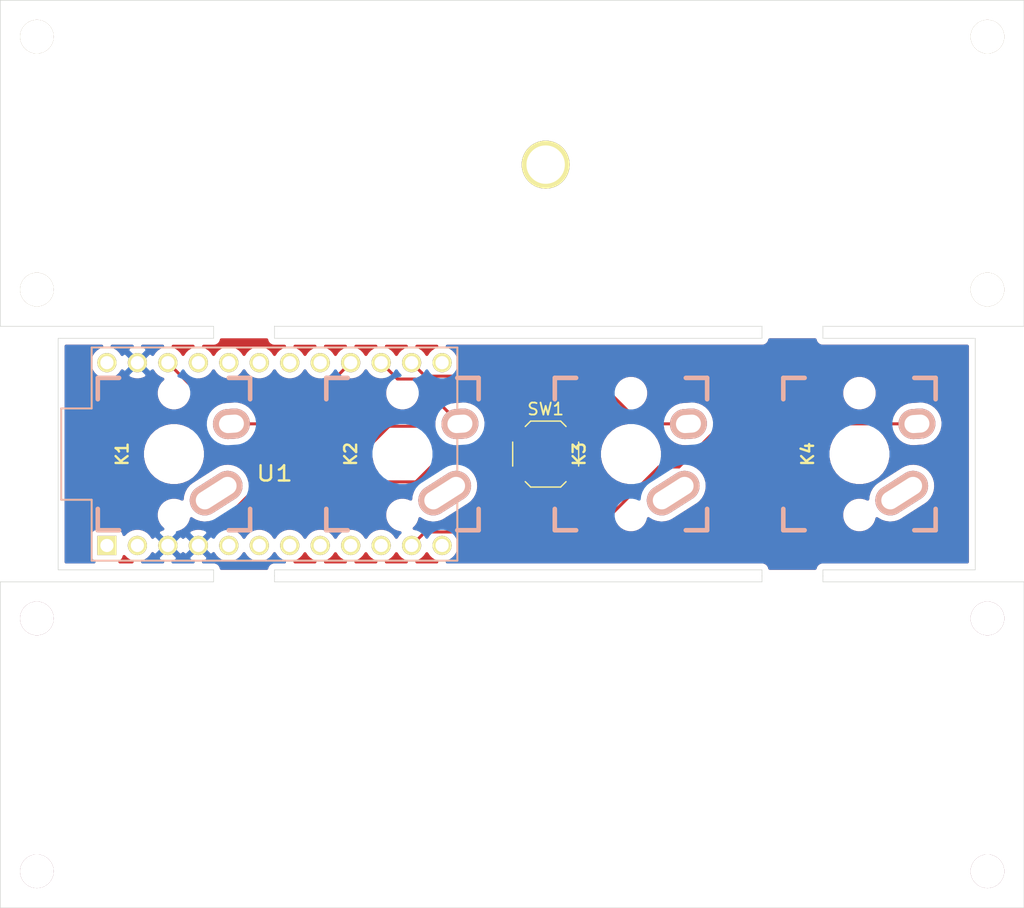
<source format=kicad_pcb>
(kicad_pcb (version 20171130) (host pcbnew "(5.1.4-0-10_14)")

  (general
    (thickness 1.6)
    (drawings 38)
    (tracks 38)
    (zones 0)
    (modules 20)
    (nets 27)
  )

  (page A4)
  (layers
    (0 F.Cu signal)
    (31 B.Cu signal)
    (32 B.Adhes user)
    (33 F.Adhes user)
    (34 B.Paste user)
    (35 F.Paste user)
    (36 B.SilkS user)
    (37 F.SilkS user)
    (38 B.Mask user)
    (39 F.Mask user)
    (40 Dwgs.User user)
    (41 Cmts.User user)
    (42 Eco1.User user)
    (43 Eco2.User user)
    (44 Edge.Cuts user)
    (45 Margin user)
    (46 B.CrtYd user)
    (47 F.CrtYd user)
    (48 B.Fab user)
    (49 F.Fab user)
  )

  (setup
    (last_trace_width 0.25)
    (trace_clearance 0.2)
    (zone_clearance 0.508)
    (zone_45_only no)
    (trace_min 0.2)
    (via_size 0.8)
    (via_drill 0.4)
    (via_min_size 0.4)
    (via_min_drill 0.3)
    (uvia_size 0.3)
    (uvia_drill 0.1)
    (uvias_allowed no)
    (uvia_min_size 0.2)
    (uvia_min_drill 0.1)
    (edge_width 0.05)
    (segment_width 0.2)
    (pcb_text_width 0.3)
    (pcb_text_size 1.5 1.5)
    (mod_edge_width 0.12)
    (mod_text_size 1 1)
    (mod_text_width 0.15)
    (pad_size 1.524 1.524)
    (pad_drill 0.762)
    (pad_to_mask_clearance 0.051)
    (solder_mask_min_width 0.25)
    (aux_axis_origin 0 0)
    (visible_elements FFFFF77F)
    (pcbplotparams
      (layerselection 0x010fc_ffffffff)
      (usegerberextensions false)
      (usegerberattributes false)
      (usegerberadvancedattributes false)
      (creategerberjobfile false)
      (excludeedgelayer true)
      (linewidth 0.100000)
      (plotframeref false)
      (viasonmask false)
      (mode 1)
      (useauxorigin false)
      (hpglpennumber 1)
      (hpglpenspeed 20)
      (hpglpendiameter 15.000000)
      (psnegative false)
      (psa4output false)
      (plotreference true)
      (plotvalue true)
      (plotinvisibletext false)
      (padsonsilk false)
      (subtractmaskfromsilk false)
      (outputformat 1)
      (mirror false)
      (drillshape 0)
      (scaleselection 1)
      (outputdirectory "gerber/"))
  )

  (net 0 "")
  (net 1 "Net-(K1-Pad1)")
  (net 2 /SW1)
  (net 3 /SW2)
  (net 4 "Net-(K2-Pad1)")
  (net 5 "Net-(K3-Pad1)")
  (net 6 /SW3)
  (net 7 /SW4)
  (net 8 "Net-(K4-Pad1)")
  (net 9 /Reset)
  (net 10 +5V)
  (net 11 "Net-(U1-Pad1)")
  (net 12 "Net-(U1-Pad2)")
  (net 13 "Net-(U1-Pad5)")
  (net 14 "Net-(U1-Pad6)")
  (net 15 "Net-(U1-Pad7)")
  (net 16 "Net-(U1-Pad8)")
  (net 17 "Net-(U1-Pad9)")
  (net 18 "Net-(U1-Pad12)")
  (net 19 VCC)
  (net 20 "Net-(U1-Pad20)")
  (net 21 "Net-(U1-Pad19)")
  (net 22 "Net-(U1-Pad18)")
  (net 23 "Net-(U1-Pad17)")
  (net 24 "Net-(U1-Pad13)")
  (net 25 "Net-(U1-Pad24)")
  (net 26 "Net-(U1-Pad10)")

  (net_class Default "This is the default net class."
    (clearance 0.2)
    (trace_width 0.25)
    (via_dia 0.8)
    (via_drill 0.4)
    (uvia_dia 0.3)
    (uvia_drill 0.1)
    (add_net +5V)
    (add_net /Reset)
    (add_net /SW1)
    (add_net /SW2)
    (add_net /SW3)
    (add_net /SW4)
    (add_net "Net-(K1-Pad1)")
    (add_net "Net-(K2-Pad1)")
    (add_net "Net-(K3-Pad1)")
    (add_net "Net-(K4-Pad1)")
    (add_net "Net-(U1-Pad1)")
    (add_net "Net-(U1-Pad10)")
    (add_net "Net-(U1-Pad12)")
    (add_net "Net-(U1-Pad13)")
    (add_net "Net-(U1-Pad17)")
    (add_net "Net-(U1-Pad18)")
    (add_net "Net-(U1-Pad19)")
    (add_net "Net-(U1-Pad2)")
    (add_net "Net-(U1-Pad20)")
    (add_net "Net-(U1-Pad24)")
    (add_net "Net-(U1-Pad5)")
    (add_net "Net-(U1-Pad6)")
    (add_net "Net-(U1-Pad7)")
    (add_net "Net-(U1-Pad8)")
    (add_net "Net-(U1-Pad9)")
    (add_net VCC)
  )

  (module keyboard_parts:HOLE_M3 (layer F.Cu) (tedit 0) (tstamp 6035CE3D)
    (at 172.466 62.23)
    (fp_text reference HOLE_M3 (at 0 -4.5) (layer F.SilkS) hide
      (effects (font (size 1.524 1.524) (thickness 0.3048)))
    )
    (fp_text value VAL** (at 0.05 -7.25) (layer F.SilkS) hide
      (effects (font (size 1.524 1.524) (thickness 0.3048)))
    )
    (pad 1 thru_hole circle (at 0 0) (size 4 4) (drill 3.2) (layers *.Cu *.Mask F.SilkS))
  )

  (module keyboard_parts:HOLE_M2.6 (layer B.Cu) (tedit 0) (tstamp 6035B400)
    (at 130.048 121.142)
    (fp_text reference HOLE_M2.6 (at 0 4.5) (layer B.SilkS) hide
      (effects (font (size 1.524 1.524) (thickness 0.3048)) (justify mirror))
    )
    (fp_text value VAL** (at 0.05 7.25) (layer B.SilkS) hide
      (effects (font (size 1.524 1.524) (thickness 0.3048)) (justify mirror))
    )
    (pad 1 thru_hole circle (at 0 0) (size 2.8 2.8) (drill 2.8) (layers *.Cu *.Mask B.SilkS))
  )

  (module keyboard_parts:HOLE_M2.6 (layer B.Cu) (tedit 0) (tstamp 6035B3F4)
    (at 209.296 121.142)
    (fp_text reference HOLE_M2.6 (at 0 4.5) (layer B.SilkS) hide
      (effects (font (size 1.524 1.524) (thickness 0.3048)) (justify mirror))
    )
    (fp_text value VAL** (at 0.05 7.25) (layer B.SilkS) hide
      (effects (font (size 1.524 1.524) (thickness 0.3048)) (justify mirror))
    )
    (pad 1 thru_hole circle (at 0 0) (size 2.8 2.8) (drill 2.8) (layers *.Cu *.Mask B.SilkS))
  )

  (module keyboard_parts:HOLE_M2.6 (layer B.Cu) (tedit 0) (tstamp 6035B3F0)
    (at 130.048 100.06)
    (fp_text reference HOLE_M2.6 (at 0 4.5) (layer B.SilkS) hide
      (effects (font (size 1.524 1.524) (thickness 0.3048)) (justify mirror))
    )
    (fp_text value VAL** (at 0.05 7.25) (layer B.SilkS) hide
      (effects (font (size 1.524 1.524) (thickness 0.3048)) (justify mirror))
    )
    (pad 1 thru_hole circle (at 0 0) (size 2.8 2.8) (drill 2.8) (layers *.Cu *.Mask B.SilkS))
  )

  (module keyboard_parts:HOLE_M2.6 (layer B.Cu) (tedit 0) (tstamp 6035B3EC)
    (at 209.296 100.06)
    (fp_text reference HOLE_M2.6 (at 0 4.5) (layer B.SilkS) hide
      (effects (font (size 1.524 1.524) (thickness 0.3048)) (justify mirror))
    )
    (fp_text value VAL** (at 0.05 7.25) (layer B.SilkS) hide
      (effects (font (size 1.524 1.524) (thickness 0.3048)) (justify mirror))
    )
    (pad 1 thru_hole circle (at 0 0) (size 2.8 2.8) (drill 2.8) (layers *.Cu *.Mask B.SilkS))
  )

  (module keyboard_parts:HOLE_M2.6 (layer F.Cu) (tedit 0) (tstamp 6035BD8A)
    (at 130.048 72.644)
    (fp_text reference HOLE_M2.6 (at 0 -4.5) (layer F.SilkS) hide
      (effects (font (size 1.524 1.524) (thickness 0.3048)))
    )
    (fp_text value VAL** (at 0.05 -7.25) (layer F.SilkS) hide
      (effects (font (size 1.524 1.524) (thickness 0.3048)))
    )
    (pad 1 thru_hole circle (at 0 0) (size 2.8 2.8) (drill 2.8) (layers *.Cu *.Mask F.SilkS))
  )

  (module keyboard_parts:HOLE_M2.6 (layer F.Cu) (tedit 0) (tstamp 6035BD7B)
    (at 130.048 51.562)
    (fp_text reference HOLE_M2.6 (at 0 -4.5) (layer F.SilkS) hide
      (effects (font (size 1.524 1.524) (thickness 0.3048)))
    )
    (fp_text value VAL** (at 0.05 -7.25) (layer F.SilkS) hide
      (effects (font (size 1.524 1.524) (thickness 0.3048)))
    )
    (pad 1 thru_hole circle (at 0 0) (size 2.8 2.8) (drill 2.8) (layers *.Cu *.Mask F.SilkS))
  )

  (module keyboard_parts:HOLE_M2.6 (layer F.Cu) (tedit 0) (tstamp 6035B0E6)
    (at 209.296 51.562)
    (fp_text reference HOLE_M2.6 (at 0 -4.5) (layer F.SilkS) hide
      (effects (font (size 1.524 1.524) (thickness 0.3048)))
    )
    (fp_text value VAL** (at 0.05 -7.25) (layer F.SilkS) hide
      (effects (font (size 1.524 1.524) (thickness 0.3048)))
    )
    (pad 1 thru_hole circle (at 0 0) (size 2.8 2.8) (drill 2.8) (layers *.Cu *.Mask F.SilkS))
  )

  (module keyboard_parts:HOLE_M2.6 (layer F.Cu) (tedit 0) (tstamp 6035B0E6)
    (at 209.296 72.644)
    (fp_text reference HOLE_M2.6 (at 0 -4.5) (layer F.SilkS) hide
      (effects (font (size 1.524 1.524) (thickness 0.3048)))
    )
    (fp_text value VAL** (at 0.05 -7.25) (layer F.SilkS) hide
      (effects (font (size 1.524 1.524) (thickness 0.3048)))
    )
    (pad 1 thru_hole circle (at 0 0) (size 2.8 2.8) (drill 2.8) (layers *.Cu *.Mask F.SilkS))
  )

  (module Keebio-Parts:breakaway-mousebites (layer F.Cu) (tedit 5B90EF0D) (tstamp 6035BCDC)
    (at 147.32 98.044)
    (fp_text reference REF** (at 0 -3.048) (layer Dwgs.User) hide
      (effects (font (size 1 1) (thickness 0.15)))
    )
    (fp_text value breakaway-mousebites (at 0 -4.75) (layer F.Fab) hide
      (effects (font (size 1 1) (thickness 0.15)))
    )
    (fp_line (start -2.794 0) (end 2.794 0) (layer Dwgs.User) (width 0.15))
    (pad "" np_thru_hole circle (at -2.54 -0.254) (size 0.7874 0.7874) (drill 0.7874) (layers *.Cu *.Mask))
    (pad "" np_thru_hole circle (at -1.27 -0.254) (size 0.7874 0.7874) (drill 0.7874) (layers *.Cu *.Mask))
    (pad "" np_thru_hole circle (at 2.54 -0.254) (size 0.7874 0.7874) (drill 0.7874) (layers *.Cu *.Mask))
    (pad "" np_thru_hole circle (at 1.27 -0.254) (size 0.7874 0.7874) (drill 0.7874) (layers *.Cu *.Mask))
    (pad "" np_thru_hole circle (at 0 -0.254) (size 0.7874 0.7874) (drill 0.7874) (layers *.Cu *.Mask))
  )

  (module Keebio-Parts:MX_Switch_Cutout locked (layer F.Cu) (tedit 59612069) (tstamp 6035BA15)
    (at 198.628 109.982 90)
    (fp_text reference REF** (at 0.25 10.05 90) (layer Eco2.User) hide
      (effects (font (size 1 1) (thickness 0.15)))
    )
    (fp_text value MX_Switch_Cutout (at 0 -15.24 90) (layer F.Fab) hide
      (effects (font (size 1 1) (thickness 0.15)))
    )
    (fp_line (start -9.5 -9.5) (end 9.5 -9.5) (layer Dwgs.User) (width 0.15))
    (fp_line (start -9.5 9.5) (end -9.5 -9.5) (layer Dwgs.User) (width 0.15))
    (fp_line (start 9.5 9.5) (end -9.5 9.5) (layer Dwgs.User) (width 0.15))
    (fp_line (start 9.5 -9.5) (end 9.5 9.5) (layer Dwgs.User) (width 0.15))
    (pad "" np_thru_hole oval (at 0 -6.731 90) (size 15.5956 0.508) (drill oval 15.5956 0.508) (layers *.Cu *.Mask))
    (pad "" np_thru_hole oval (at 0 6.731 90) (size 15.5956 0.508) (drill oval 15.5956 0.508) (layers *.Cu *.Mask))
    (pad "" np_thru_hole oval (at -7.5565 -4.699 90) (size 0.508 4.572) (drill oval 0.508 4.572) (layers *.Cu *.Mask))
    (pad "" np_thru_hole oval (at 7.5565 -4.699 90) (size 0.508 4.572) (drill oval 0.508 4.572) (layers *.Cu *.Mask))
    (pad "" np_thru_hole oval (at 7.5565 4.699 90) (size 0.508 4.572) (drill oval 0.508 4.572) (layers *.Cu *.Mask))
    (pad "" np_thru_hole oval (at -7.5565 4.699 90) (size 0.508 4.572) (drill oval 0.508 4.572) (layers *.Cu *.Mask))
    (pad "" np_thru_hole oval (at 6.731 0 90) (size 0.508 5.842) (drill oval 0.508 5.842) (layers *.Cu *.Mask))
    (pad "" np_thru_hole oval (at -6.731 0 90) (size 0.508 5.842) (drill oval 0.508 5.842) (layers *.Cu *.Mask))
    (pad "" np_thru_hole oval (at 0 -6.985 90) (size 5.08 1.27) (drill oval 5.08 1.27) (layers *.Cu *.Mask))
    (pad "" np_thru_hole oval (at 0 6.985 90) (size 5.08 1.27) (drill oval 5.08 1.27) (layers *.Cu *.Mask))
    (pad "" np_thru_hole oval (at -7.14375 -2.667 90) (size 1.3335 0.508) (drill oval 1.3335 0.508) (layers *.Cu *.Mask))
    (pad "" np_thru_hole oval (at 7.14375 -2.667 90) (size 1.3335 0.508) (drill oval 1.3335 0.508) (layers *.Cu *.Mask))
    (pad "" np_thru_hole oval (at -7.14375 2.667 90) (size 1.3335 0.508) (drill oval 1.3335 0.508) (layers *.Cu *.Mask))
    (pad "" np_thru_hole oval (at 7.14375 2.667 90) (size 1.3335 0.508) (drill oval 1.3335 0.508) (layers *.Cu *.Mask))
  )

  (module Keebio-Parts:MX_Switch_Cutout locked (layer F.Cu) (tedit 59612069) (tstamp 6035B958)
    (at 179.578 109.982 90)
    (fp_text reference REF** (at 0.25 10.05 90) (layer Eco2.User) hide
      (effects (font (size 1 1) (thickness 0.15)))
    )
    (fp_text value MX_Switch_Cutout (at 0 -15.24 90) (layer F.Fab) hide
      (effects (font (size 1 1) (thickness 0.15)))
    )
    (fp_line (start 9.5 -9.5) (end 9.5 9.5) (layer Dwgs.User) (width 0.15))
    (fp_line (start 9.5 9.5) (end -9.5 9.5) (layer Dwgs.User) (width 0.15))
    (fp_line (start -9.5 9.5) (end -9.5 -9.5) (layer Dwgs.User) (width 0.15))
    (fp_line (start -9.5 -9.5) (end 9.5 -9.5) (layer Dwgs.User) (width 0.15))
    (pad "" np_thru_hole oval (at 7.14375 2.667 90) (size 1.3335 0.508) (drill oval 1.3335 0.508) (layers *.Cu *.Mask))
    (pad "" np_thru_hole oval (at -7.14375 2.667 90) (size 1.3335 0.508) (drill oval 1.3335 0.508) (layers *.Cu *.Mask))
    (pad "" np_thru_hole oval (at 7.14375 -2.667 90) (size 1.3335 0.508) (drill oval 1.3335 0.508) (layers *.Cu *.Mask))
    (pad "" np_thru_hole oval (at -7.14375 -2.667 90) (size 1.3335 0.508) (drill oval 1.3335 0.508) (layers *.Cu *.Mask))
    (pad "" np_thru_hole oval (at 0 6.985 90) (size 5.08 1.27) (drill oval 5.08 1.27) (layers *.Cu *.Mask))
    (pad "" np_thru_hole oval (at 0 -6.985 90) (size 5.08 1.27) (drill oval 5.08 1.27) (layers *.Cu *.Mask))
    (pad "" np_thru_hole oval (at -6.731 0 90) (size 0.508 5.842) (drill oval 0.508 5.842) (layers *.Cu *.Mask))
    (pad "" np_thru_hole oval (at 6.731 0 90) (size 0.508 5.842) (drill oval 0.508 5.842) (layers *.Cu *.Mask))
    (pad "" np_thru_hole oval (at -7.5565 4.699 90) (size 0.508 4.572) (drill oval 0.508 4.572) (layers *.Cu *.Mask))
    (pad "" np_thru_hole oval (at 7.5565 4.699 90) (size 0.508 4.572) (drill oval 0.508 4.572) (layers *.Cu *.Mask))
    (pad "" np_thru_hole oval (at 7.5565 -4.699 90) (size 0.508 4.572) (drill oval 0.508 4.572) (layers *.Cu *.Mask))
    (pad "" np_thru_hole oval (at -7.5565 -4.699 90) (size 0.508 4.572) (drill oval 0.508 4.572) (layers *.Cu *.Mask))
    (pad "" np_thru_hole oval (at 0 6.731 90) (size 15.5956 0.508) (drill oval 15.5956 0.508) (layers *.Cu *.Mask))
    (pad "" np_thru_hole oval (at 0 -6.731 90) (size 15.5956 0.508) (drill oval 15.5956 0.508) (layers *.Cu *.Mask))
  )

  (module Keebio-Parts:MX_Switch_Cutout locked (layer F.Cu) (tedit 59612069) (tstamp 6035B997)
    (at 160.528 109.982 90)
    (fp_text reference REF** (at 0.25 10.05 90) (layer Eco2.User) hide
      (effects (font (size 1 1) (thickness 0.15)))
    )
    (fp_text value MX_Switch_Cutout (at 0 -15.24 90) (layer F.Fab) hide
      (effects (font (size 1 1) (thickness 0.15)))
    )
    (fp_line (start -9.5 -9.5) (end 9.5 -9.5) (layer Dwgs.User) (width 0.15))
    (fp_line (start -9.5 9.5) (end -9.5 -9.5) (layer Dwgs.User) (width 0.15))
    (fp_line (start 9.5 9.5) (end -9.5 9.5) (layer Dwgs.User) (width 0.15))
    (fp_line (start 9.5 -9.5) (end 9.5 9.5) (layer Dwgs.User) (width 0.15))
    (pad "" np_thru_hole oval (at 0 -6.731 90) (size 15.5956 0.508) (drill oval 15.5956 0.508) (layers *.Cu *.Mask))
    (pad "" np_thru_hole oval (at 0 6.731 90) (size 15.5956 0.508) (drill oval 15.5956 0.508) (layers *.Cu *.Mask))
    (pad "" np_thru_hole oval (at -7.5565 -4.699 90) (size 0.508 4.572) (drill oval 0.508 4.572) (layers *.Cu *.Mask))
    (pad "" np_thru_hole oval (at 7.5565 -4.699 90) (size 0.508 4.572) (drill oval 0.508 4.572) (layers *.Cu *.Mask))
    (pad "" np_thru_hole oval (at 7.5565 4.699 90) (size 0.508 4.572) (drill oval 0.508 4.572) (layers *.Cu *.Mask))
    (pad "" np_thru_hole oval (at -7.5565 4.699 90) (size 0.508 4.572) (drill oval 0.508 4.572) (layers *.Cu *.Mask))
    (pad "" np_thru_hole oval (at 6.731 0 90) (size 0.508 5.842) (drill oval 0.508 5.842) (layers *.Cu *.Mask))
    (pad "" np_thru_hole oval (at -6.731 0 90) (size 0.508 5.842) (drill oval 0.508 5.842) (layers *.Cu *.Mask))
    (pad "" np_thru_hole oval (at 0 -6.985 90) (size 5.08 1.27) (drill oval 5.08 1.27) (layers *.Cu *.Mask))
    (pad "" np_thru_hole oval (at 0 6.985 90) (size 5.08 1.27) (drill oval 5.08 1.27) (layers *.Cu *.Mask))
    (pad "" np_thru_hole oval (at -7.14375 -2.667 90) (size 1.3335 0.508) (drill oval 1.3335 0.508) (layers *.Cu *.Mask))
    (pad "" np_thru_hole oval (at 7.14375 -2.667 90) (size 1.3335 0.508) (drill oval 1.3335 0.508) (layers *.Cu *.Mask))
    (pad "" np_thru_hole oval (at -7.14375 2.667 90) (size 1.3335 0.508) (drill oval 1.3335 0.508) (layers *.Cu *.Mask))
    (pad "" np_thru_hole oval (at 7.14375 2.667 90) (size 1.3335 0.508) (drill oval 1.3335 0.508) (layers *.Cu *.Mask))
  )

  (module Keebio-Parts:MX_Switch_Cutout locked (layer F.Cu) (tedit 59612069) (tstamp 6035B9D6)
    (at 141.478 109.982 90)
    (fp_text reference REF** (at 0.25 10.05 90) (layer Eco2.User) hide
      (effects (font (size 1 1) (thickness 0.15)))
    )
    (fp_text value MX_Switch_Cutout (at 0 -15.24 90) (layer F.Fab) hide
      (effects (font (size 1 1) (thickness 0.15)))
    )
    (fp_line (start 9.5 -9.5) (end 9.5 9.5) (layer Dwgs.User) (width 0.15))
    (fp_line (start 9.5 9.5) (end -9.5 9.5) (layer Dwgs.User) (width 0.15))
    (fp_line (start -9.5 9.5) (end -9.5 -9.5) (layer Dwgs.User) (width 0.15))
    (fp_line (start -9.5 -9.5) (end 9.5 -9.5) (layer Dwgs.User) (width 0.15))
    (pad "" np_thru_hole oval (at 7.14375 2.667 90) (size 1.3335 0.508) (drill oval 1.3335 0.508) (layers *.Cu *.Mask))
    (pad "" np_thru_hole oval (at -7.14375 2.667 90) (size 1.3335 0.508) (drill oval 1.3335 0.508) (layers *.Cu *.Mask))
    (pad "" np_thru_hole oval (at 7.14375 -2.667 90) (size 1.3335 0.508) (drill oval 1.3335 0.508) (layers *.Cu *.Mask))
    (pad "" np_thru_hole oval (at -7.14375 -2.667 90) (size 1.3335 0.508) (drill oval 1.3335 0.508) (layers *.Cu *.Mask))
    (pad "" np_thru_hole oval (at 0 6.985 90) (size 5.08 1.27) (drill oval 5.08 1.27) (layers *.Cu *.Mask))
    (pad "" np_thru_hole oval (at 0 -6.985 90) (size 5.08 1.27) (drill oval 5.08 1.27) (layers *.Cu *.Mask))
    (pad "" np_thru_hole oval (at -6.731 0 90) (size 0.508 5.842) (drill oval 0.508 5.842) (layers *.Cu *.Mask))
    (pad "" np_thru_hole oval (at 6.731 0 90) (size 0.508 5.842) (drill oval 0.508 5.842) (layers *.Cu *.Mask))
    (pad "" np_thru_hole oval (at -7.5565 4.699 90) (size 0.508 4.572) (drill oval 0.508 4.572) (layers *.Cu *.Mask))
    (pad "" np_thru_hole oval (at 7.5565 4.699 90) (size 0.508 4.572) (drill oval 0.508 4.572) (layers *.Cu *.Mask))
    (pad "" np_thru_hole oval (at 7.5565 -4.699 90) (size 0.508 4.572) (drill oval 0.508 4.572) (layers *.Cu *.Mask))
    (pad "" np_thru_hole oval (at -7.5565 -4.699 90) (size 0.508 4.572) (drill oval 0.508 4.572) (layers *.Cu *.Mask))
    (pad "" np_thru_hole oval (at 0 6.731 90) (size 15.5956 0.508) (drill oval 15.5956 0.508) (layers *.Cu *.Mask))
    (pad "" np_thru_hole oval (at 0 -6.731 90) (size 15.5956 0.508) (drill oval 15.5956 0.508) (layers *.Cu *.Mask))
  )

  (module keebs:Mx_Alps_100 (layer B.Cu) (tedit 5F25CCD9) (tstamp 6034BDA9)
    (at 141.478 86.36 90)
    (descr MXALPS)
    (tags MXALPS)
    (path /60355D3C)
    (fp_text reference K1 (at 0 -4.318 90) (layer F.SilkS)
      (effects (font (size 1 1) (thickness 0.2)))
    )
    (fp_text value KEYSW (at 5.334 -10.922 90) (layer F.SilkS) hide
      (effects (font (size 1.524 1.524) (thickness 0.3048)))
    )
    (fp_line (start -7.62 -7.62) (end -7.62 7.62) (layer Dwgs.User) (width 0.3))
    (fp_line (start 7.62 -7.62) (end -7.62 -7.62) (layer Dwgs.User) (width 0.3))
    (fp_line (start 7.62 7.62) (end 7.62 -7.62) (layer Dwgs.User) (width 0.3))
    (fp_line (start -7.62 7.62) (end 7.62 7.62) (layer Dwgs.User) (width 0.3))
    (fp_line (start 7.75 6.4) (end -7.75 6.4) (layer Dwgs.User) (width 0.3))
    (fp_line (start 7.75 -6.4) (end 7.75 6.4) (layer Dwgs.User) (width 0.3))
    (fp_line (start -7.75 -6.4) (end 7.75 -6.4) (layer Dwgs.User) (width 0.3))
    (fp_line (start -7.75 -6.4) (end -7.75 6.4) (layer Dwgs.User) (width 0.3))
    (fp_line (start -6.985 -6.985) (end -6.985 6.985) (layer Eco2.User) (width 0.1524))
    (fp_line (start 6.985 -6.985) (end -6.985 -6.985) (layer Eco2.User) (width 0.1524))
    (fp_line (start 6.985 6.985) (end 6.985 -6.985) (layer Eco2.User) (width 0.1524))
    (fp_line (start -6.985 6.985) (end 6.985 6.985) (layer Eco2.User) (width 0.1524))
    (fp_line (start -6.35 4.572) (end -6.35 6.35) (layer B.SilkS) (width 0.381))
    (fp_line (start -6.35 -6.35) (end -6.35 -4.572) (layer B.SilkS) (width 0.381))
    (fp_line (start -4.572 -6.35) (end -6.35 -6.35) (layer B.SilkS) (width 0.381))
    (fp_line (start 6.35 -6.35) (end 4.572 -6.35) (layer B.SilkS) (width 0.381))
    (fp_line (start 6.35 -4.572) (end 6.35 -6.35) (layer B.SilkS) (width 0.381))
    (fp_line (start 6.35 6.35) (end 6.35 4.572) (layer B.SilkS) (width 0.381))
    (fp_line (start 4.572 6.35) (end 6.35 6.35) (layer B.SilkS) (width 0.381))
    (fp_line (start -6.35 6.35) (end -4.572 6.35) (layer B.SilkS) (width 0.381))
    (fp_line (start -9.398 -9.398) (end -9.398 9.398) (layer Dwgs.User) (width 0.1524))
    (fp_line (start 9.398 -9.398) (end -9.398 -9.398) (layer Dwgs.User) (width 0.1524))
    (fp_line (start 9.398 9.398) (end 9.398 -9.398) (layer Dwgs.User) (width 0.1524))
    (fp_line (start -9.398 9.398) (end 9.398 9.398) (layer Dwgs.User) (width 0.1524))
    (fp_line (start -6.35 -6.35) (end -6.35 6.35) (layer Cmts.User) (width 0.1524))
    (fp_line (start 6.35 -6.35) (end -6.35 -6.35) (layer Cmts.User) (width 0.1524))
    (fp_line (start 6.35 6.35) (end 6.35 -6.35) (layer Cmts.User) (width 0.1524))
    (fp_line (start -6.35 6.35) (end 6.35 6.35) (layer Cmts.User) (width 0.1524))
    (pad "" np_thru_hole circle (at 0 0 90) (size 3.9878 3.9878) (drill 3.9878) (layers *.Cu *.Mask))
    (pad "" np_thru_hole circle (at -5.08 0 90) (size 1.7018 1.7018) (drill 1.7018) (layers *.Cu *.Mask))
    (pad "" np_thru_hole circle (at 5.08 0 90) (size 1.7018 1.7018) (drill 1.7018) (layers *.Cu *.Mask))
    (pad 1 thru_hole oval (at -3.255 3.52 122.5) (size 2.5 4.75) (drill oval 1.5 3.75) (layers *.Cu *.Mask B.SilkS)
      (net 1 "Net-(K1-Pad1)"))
    (pad 2 thru_hole oval (at 2.52 4.79 93.9) (size 2.5 3.08) (drill oval 1.5 2.08) (layers *.Cu *.Mask B.SilkS)
      (net 2 /SW1))
  )

  (module promicro:ProMicro (layer F.Cu) (tedit 5A06A962) (tstamp 6034BE55)
    (at 149.86 86.36)
    (descr "Pro Micro footprint")
    (tags "promicro ProMicro")
    (path /60353DF0)
    (fp_text reference U1 (at 0 1.625) (layer F.SilkS)
      (effects (font (size 1.27 1.524) (thickness 0.2032)))
    )
    (fp_text value ProMicro (at 0 0) (layer F.SilkS) hide
      (effects (font (size 1.27 1.524) (thickness 0.2032)))
    )
    (fp_line (start 15.24 -8.89) (end 15.24 8.89) (layer F.SilkS) (width 0.15))
    (fp_line (start -15.24 -8.89) (end 15.24 -8.89) (layer F.SilkS) (width 0.15))
    (fp_line (start -15.24 -3.81) (end -15.24 -8.89) (layer F.SilkS) (width 0.15))
    (fp_line (start -17.78 -3.81) (end -15.24 -3.81) (layer F.SilkS) (width 0.15))
    (fp_line (start -17.78 3.81) (end -17.78 -3.81) (layer F.SilkS) (width 0.15))
    (fp_line (start -15.24 3.81) (end -17.78 3.81) (layer F.SilkS) (width 0.15))
    (fp_line (start -15.24 8.89) (end -15.24 3.81) (layer F.SilkS) (width 0.15))
    (fp_line (start -15.24 8.89) (end 15.24 8.89) (layer F.SilkS) (width 0.15))
    (fp_line (start -15.24 -8.89) (end 15.24 -8.89) (layer B.SilkS) (width 0.15))
    (fp_line (start -15.24 -3.81) (end -15.24 -8.89) (layer B.SilkS) (width 0.15))
    (fp_line (start -17.78 -3.81) (end -15.24 -3.81) (layer B.SilkS) (width 0.15))
    (fp_line (start -17.78 3.81) (end -17.78 -3.81) (layer B.SilkS) (width 0.15))
    (fp_line (start -15.24 3.81) (end -17.78 3.81) (layer B.SilkS) (width 0.15))
    (fp_line (start -15.24 8.89) (end -15.24 3.81) (layer B.SilkS) (width 0.15))
    (fp_line (start 15.24 8.89) (end -15.24 8.89) (layer B.SilkS) (width 0.15))
    (fp_line (start 15.24 -8.89) (end 15.24 8.89) (layer B.SilkS) (width 0.15))
    (pad 24 thru_hole circle (at -13.97 -7.62) (size 1.6 1.6) (drill 1.1) (layers *.Cu *.Mask F.SilkS)
      (net 25 "Net-(U1-Pad24)"))
    (pad 23 thru_hole circle (at -11.43 -7.62) (size 1.6 1.6) (drill 1.1) (layers *.Cu *.Mask F.SilkS)
      (net 10 +5V))
    (pad 22 thru_hole circle (at -8.89 -7.62) (size 1.6 1.6) (drill 1.1) (layers *.Cu *.Mask F.SilkS)
      (net 9 /Reset))
    (pad 21 thru_hole circle (at -6.35 -7.62) (size 1.6 1.6) (drill 1.1) (layers *.Cu *.Mask F.SilkS)
      (net 19 VCC))
    (pad 20 thru_hole circle (at -3.81 -7.62) (size 1.6 1.6) (drill 1.1) (layers *.Cu *.Mask F.SilkS)
      (net 20 "Net-(U1-Pad20)"))
    (pad 19 thru_hole circle (at -1.27 -7.62) (size 1.6 1.6) (drill 1.1) (layers *.Cu *.Mask F.SilkS)
      (net 21 "Net-(U1-Pad19)"))
    (pad 18 thru_hole circle (at 1.27 -7.62) (size 1.6 1.6) (drill 1.1) (layers *.Cu *.Mask F.SilkS)
      (net 22 "Net-(U1-Pad18)"))
    (pad 17 thru_hole circle (at 3.81 -7.62) (size 1.6 1.6) (drill 1.1) (layers *.Cu *.Mask F.SilkS)
      (net 23 "Net-(U1-Pad17)"))
    (pad 16 thru_hole circle (at 6.35 -7.62) (size 1.6 1.6) (drill 1.1) (layers *.Cu *.Mask F.SilkS)
      (net 2 /SW1))
    (pad 15 thru_hole circle (at 8.89 -7.62) (size 1.6 1.6) (drill 1.1) (layers *.Cu *.Mask F.SilkS)
      (net 3 /SW2))
    (pad 14 thru_hole circle (at 11.43 -7.62) (size 1.6 1.6) (drill 1.1) (layers *.Cu *.Mask F.SilkS)
      (net 6 /SW3))
    (pad 13 thru_hole circle (at 13.97 -7.62) (size 1.6 1.6) (drill 1.1) (layers *.Cu *.Mask F.SilkS)
      (net 24 "Net-(U1-Pad13)"))
    (pad 12 thru_hole circle (at 13.97 7.62) (size 1.6 1.6) (drill 1.1) (layers *.Cu *.Mask F.SilkS)
      (net 18 "Net-(U1-Pad12)"))
    (pad 11 thru_hole circle (at 11.43 7.62) (size 1.6 1.6) (drill 1.1) (layers *.Cu *.Mask F.SilkS)
      (net 7 /SW4))
    (pad 10 thru_hole circle (at 8.89 7.62) (size 1.6 1.6) (drill 1.1) (layers *.Cu *.Mask F.SilkS)
      (net 26 "Net-(U1-Pad10)"))
    (pad 9 thru_hole circle (at 6.35 7.62) (size 1.6 1.6) (drill 1.1) (layers *.Cu *.Mask F.SilkS)
      (net 17 "Net-(U1-Pad9)"))
    (pad 8 thru_hole circle (at 3.81 7.62) (size 1.6 1.6) (drill 1.1) (layers *.Cu *.Mask F.SilkS)
      (net 16 "Net-(U1-Pad8)"))
    (pad 7 thru_hole circle (at 1.27 7.62) (size 1.6 1.6) (drill 1.1) (layers *.Cu *.Mask F.SilkS)
      (net 15 "Net-(U1-Pad7)"))
    (pad 6 thru_hole circle (at -1.27 7.62) (size 1.6 1.6) (drill 1.1) (layers *.Cu *.Mask F.SilkS)
      (net 14 "Net-(U1-Pad6)"))
    (pad 5 thru_hole circle (at -3.81 7.62) (size 1.6 1.6) (drill 1.1) (layers *.Cu *.Mask F.SilkS)
      (net 13 "Net-(U1-Pad5)"))
    (pad 4 thru_hole circle (at -6.35 7.62) (size 1.6 1.6) (drill 1.1) (layers *.Cu *.Mask F.SilkS)
      (net 10 +5V))
    (pad 3 thru_hole circle (at -8.89 7.62) (size 1.6 1.6) (drill 1.1) (layers *.Cu *.Mask F.SilkS)
      (net 10 +5V))
    (pad 2 thru_hole circle (at -11.43 7.62) (size 1.6 1.6) (drill 1.1) (layers *.Cu *.Mask F.SilkS)
      (net 12 "Net-(U1-Pad2)"))
    (pad 1 thru_hole rect (at -13.97 7.62) (size 1.6 1.6) (drill 1.1) (layers *.Cu *.Mask F.SilkS)
      (net 11 "Net-(U1-Pad1)"))
  )

  (module keebs:Mx_Alps_100 (layer B.Cu) (tedit 5F25CCD9) (tstamp 6034C0D8)
    (at 160.528 86.36 90)
    (descr MXALPS)
    (tags MXALPS)
    (path /60356A52)
    (fp_text reference K2 (at 0 -4.318 90) (layer F.SilkS)
      (effects (font (size 1 1) (thickness 0.2)))
    )
    (fp_text value KEYSW (at 5.334 -10.922 90) (layer F.SilkS) hide
      (effects (font (size 1.524 1.524) (thickness 0.3048)))
    )
    (fp_line (start -6.35 6.35) (end 6.35 6.35) (layer Cmts.User) (width 0.1524))
    (fp_line (start 6.35 6.35) (end 6.35 -6.35) (layer Cmts.User) (width 0.1524))
    (fp_line (start 6.35 -6.35) (end -6.35 -6.35) (layer Cmts.User) (width 0.1524))
    (fp_line (start -6.35 -6.35) (end -6.35 6.35) (layer Cmts.User) (width 0.1524))
    (fp_line (start -9.398 9.398) (end 9.398 9.398) (layer Dwgs.User) (width 0.1524))
    (fp_line (start 9.398 9.398) (end 9.398 -9.398) (layer Dwgs.User) (width 0.1524))
    (fp_line (start 9.398 -9.398) (end -9.398 -9.398) (layer Dwgs.User) (width 0.1524))
    (fp_line (start -9.398 -9.398) (end -9.398 9.398) (layer Dwgs.User) (width 0.1524))
    (fp_line (start -6.35 6.35) (end -4.572 6.35) (layer B.SilkS) (width 0.381))
    (fp_line (start 4.572 6.35) (end 6.35 6.35) (layer B.SilkS) (width 0.381))
    (fp_line (start 6.35 6.35) (end 6.35 4.572) (layer B.SilkS) (width 0.381))
    (fp_line (start 6.35 -4.572) (end 6.35 -6.35) (layer B.SilkS) (width 0.381))
    (fp_line (start 6.35 -6.35) (end 4.572 -6.35) (layer B.SilkS) (width 0.381))
    (fp_line (start -4.572 -6.35) (end -6.35 -6.35) (layer B.SilkS) (width 0.381))
    (fp_line (start -6.35 -6.35) (end -6.35 -4.572) (layer B.SilkS) (width 0.381))
    (fp_line (start -6.35 4.572) (end -6.35 6.35) (layer B.SilkS) (width 0.381))
    (fp_line (start -6.985 6.985) (end 6.985 6.985) (layer Eco2.User) (width 0.1524))
    (fp_line (start 6.985 6.985) (end 6.985 -6.985) (layer Eco2.User) (width 0.1524))
    (fp_line (start 6.985 -6.985) (end -6.985 -6.985) (layer Eco2.User) (width 0.1524))
    (fp_line (start -6.985 -6.985) (end -6.985 6.985) (layer Eco2.User) (width 0.1524))
    (fp_line (start -7.75 -6.4) (end -7.75 6.4) (layer Dwgs.User) (width 0.3))
    (fp_line (start -7.75 -6.4) (end 7.75 -6.4) (layer Dwgs.User) (width 0.3))
    (fp_line (start 7.75 -6.4) (end 7.75 6.4) (layer Dwgs.User) (width 0.3))
    (fp_line (start 7.75 6.4) (end -7.75 6.4) (layer Dwgs.User) (width 0.3))
    (fp_line (start -7.62 7.62) (end 7.62 7.62) (layer Dwgs.User) (width 0.3))
    (fp_line (start 7.62 7.62) (end 7.62 -7.62) (layer Dwgs.User) (width 0.3))
    (fp_line (start 7.62 -7.62) (end -7.62 -7.62) (layer Dwgs.User) (width 0.3))
    (fp_line (start -7.62 -7.62) (end -7.62 7.62) (layer Dwgs.User) (width 0.3))
    (pad 2 thru_hole oval (at 2.52 4.79 93.9) (size 2.5 3.08) (drill oval 1.5 2.08) (layers *.Cu *.Mask B.SilkS)
      (net 3 /SW2))
    (pad 1 thru_hole oval (at -3.255 3.52 122.5) (size 2.5 4.75) (drill oval 1.5 3.75) (layers *.Cu *.Mask B.SilkS)
      (net 4 "Net-(K2-Pad1)"))
    (pad "" np_thru_hole circle (at 5.08 0 90) (size 1.7018 1.7018) (drill 1.7018) (layers *.Cu *.Mask))
    (pad "" np_thru_hole circle (at -5.08 0 90) (size 1.7018 1.7018) (drill 1.7018) (layers *.Cu *.Mask))
    (pad "" np_thru_hole circle (at 0 0 90) (size 3.9878 3.9878) (drill 3.9878) (layers *.Cu *.Mask))
  )

  (module keebs:Mx_Alps_100 (layer B.Cu) (tedit 5F25CCD9) (tstamp 6034B08C)
    (at 179.578 86.36 90)
    (descr MXALPS)
    (tags MXALPS)
    (path /60357102)
    (fp_text reference K3 (at 0 -4.318 90) (layer F.SilkS)
      (effects (font (size 1 1) (thickness 0.2)))
    )
    (fp_text value KEYSW (at 5.334 -10.922 90) (layer F.SilkS) hide
      (effects (font (size 1.524 1.524) (thickness 0.3048)))
    )
    (fp_line (start -7.62 -7.62) (end -7.62 7.62) (layer Dwgs.User) (width 0.3))
    (fp_line (start 7.62 -7.62) (end -7.62 -7.62) (layer Dwgs.User) (width 0.3))
    (fp_line (start 7.62 7.62) (end 7.62 -7.62) (layer Dwgs.User) (width 0.3))
    (fp_line (start -7.62 7.62) (end 7.62 7.62) (layer Dwgs.User) (width 0.3))
    (fp_line (start 7.75 6.4) (end -7.75 6.4) (layer Dwgs.User) (width 0.3))
    (fp_line (start 7.75 -6.4) (end 7.75 6.4) (layer Dwgs.User) (width 0.3))
    (fp_line (start -7.75 -6.4) (end 7.75 -6.4) (layer Dwgs.User) (width 0.3))
    (fp_line (start -7.75 -6.4) (end -7.75 6.4) (layer Dwgs.User) (width 0.3))
    (fp_line (start -6.985 -6.985) (end -6.985 6.985) (layer Eco2.User) (width 0.1524))
    (fp_line (start 6.985 -6.985) (end -6.985 -6.985) (layer Eco2.User) (width 0.1524))
    (fp_line (start 6.985 6.985) (end 6.985 -6.985) (layer Eco2.User) (width 0.1524))
    (fp_line (start -6.985 6.985) (end 6.985 6.985) (layer Eco2.User) (width 0.1524))
    (fp_line (start -6.35 4.572) (end -6.35 6.35) (layer B.SilkS) (width 0.381))
    (fp_line (start -6.35 -6.35) (end -6.35 -4.572) (layer B.SilkS) (width 0.381))
    (fp_line (start -4.572 -6.35) (end -6.35 -6.35) (layer B.SilkS) (width 0.381))
    (fp_line (start 6.35 -6.35) (end 4.572 -6.35) (layer B.SilkS) (width 0.381))
    (fp_line (start 6.35 -4.572) (end 6.35 -6.35) (layer B.SilkS) (width 0.381))
    (fp_line (start 6.35 6.35) (end 6.35 4.572) (layer B.SilkS) (width 0.381))
    (fp_line (start 4.572 6.35) (end 6.35 6.35) (layer B.SilkS) (width 0.381))
    (fp_line (start -6.35 6.35) (end -4.572 6.35) (layer B.SilkS) (width 0.381))
    (fp_line (start -9.398 -9.398) (end -9.398 9.398) (layer Dwgs.User) (width 0.1524))
    (fp_line (start 9.398 -9.398) (end -9.398 -9.398) (layer Dwgs.User) (width 0.1524))
    (fp_line (start 9.398 9.398) (end 9.398 -9.398) (layer Dwgs.User) (width 0.1524))
    (fp_line (start -9.398 9.398) (end 9.398 9.398) (layer Dwgs.User) (width 0.1524))
    (fp_line (start -6.35 -6.35) (end -6.35 6.35) (layer Cmts.User) (width 0.1524))
    (fp_line (start 6.35 -6.35) (end -6.35 -6.35) (layer Cmts.User) (width 0.1524))
    (fp_line (start 6.35 6.35) (end 6.35 -6.35) (layer Cmts.User) (width 0.1524))
    (fp_line (start -6.35 6.35) (end 6.35 6.35) (layer Cmts.User) (width 0.1524))
    (pad "" np_thru_hole circle (at 0 0 90) (size 3.9878 3.9878) (drill 3.9878) (layers *.Cu *.Mask))
    (pad "" np_thru_hole circle (at -5.08 0 90) (size 1.7018 1.7018) (drill 1.7018) (layers *.Cu *.Mask))
    (pad "" np_thru_hole circle (at 5.08 0 90) (size 1.7018 1.7018) (drill 1.7018) (layers *.Cu *.Mask))
    (pad 1 thru_hole oval (at -3.255 3.52 122.5) (size 2.5 4.75) (drill oval 1.5 3.75) (layers *.Cu *.Mask B.SilkS)
      (net 5 "Net-(K3-Pad1)"))
    (pad 2 thru_hole oval (at 2.52 4.79 93.9) (size 2.5 3.08) (drill oval 1.5 2.08) (layers *.Cu *.Mask B.SilkS)
      (net 6 /SW3))
  )

  (module keebs:Mx_Alps_100 (layer B.Cu) (tedit 5F25CCD9) (tstamp 6034B0B1)
    (at 198.628 86.36 90)
    (descr MXALPS)
    (tags MXALPS)
    (path /60357B4F)
    (fp_text reference K4 (at 0 -4.318 90) (layer F.SilkS)
      (effects (font (size 1 1) (thickness 0.2)))
    )
    (fp_text value KEYSW (at 5.334 -10.922 90) (layer F.SilkS) hide
      (effects (font (size 1.524 1.524) (thickness 0.3048)))
    )
    (fp_line (start -6.35 6.35) (end 6.35 6.35) (layer Cmts.User) (width 0.1524))
    (fp_line (start 6.35 6.35) (end 6.35 -6.35) (layer Cmts.User) (width 0.1524))
    (fp_line (start 6.35 -6.35) (end -6.35 -6.35) (layer Cmts.User) (width 0.1524))
    (fp_line (start -6.35 -6.35) (end -6.35 6.35) (layer Cmts.User) (width 0.1524))
    (fp_line (start -9.398 9.398) (end 9.398 9.398) (layer Dwgs.User) (width 0.1524))
    (fp_line (start 9.398 9.398) (end 9.398 -9.398) (layer Dwgs.User) (width 0.1524))
    (fp_line (start 9.398 -9.398) (end -9.398 -9.398) (layer Dwgs.User) (width 0.1524))
    (fp_line (start -9.398 -9.398) (end -9.398 9.398) (layer Dwgs.User) (width 0.1524))
    (fp_line (start -6.35 6.35) (end -4.572 6.35) (layer B.SilkS) (width 0.381))
    (fp_line (start 4.572 6.35) (end 6.35 6.35) (layer B.SilkS) (width 0.381))
    (fp_line (start 6.35 6.35) (end 6.35 4.572) (layer B.SilkS) (width 0.381))
    (fp_line (start 6.35 -4.572) (end 6.35 -6.35) (layer B.SilkS) (width 0.381))
    (fp_line (start 6.35 -6.35) (end 4.572 -6.35) (layer B.SilkS) (width 0.381))
    (fp_line (start -4.572 -6.35) (end -6.35 -6.35) (layer B.SilkS) (width 0.381))
    (fp_line (start -6.35 -6.35) (end -6.35 -4.572) (layer B.SilkS) (width 0.381))
    (fp_line (start -6.35 4.572) (end -6.35 6.35) (layer B.SilkS) (width 0.381))
    (fp_line (start -6.985 6.985) (end 6.985 6.985) (layer Eco2.User) (width 0.1524))
    (fp_line (start 6.985 6.985) (end 6.985 -6.985) (layer Eco2.User) (width 0.1524))
    (fp_line (start 6.985 -6.985) (end -6.985 -6.985) (layer Eco2.User) (width 0.1524))
    (fp_line (start -6.985 -6.985) (end -6.985 6.985) (layer Eco2.User) (width 0.1524))
    (fp_line (start -7.75 -6.4) (end -7.75 6.4) (layer Dwgs.User) (width 0.3))
    (fp_line (start -7.75 -6.4) (end 7.75 -6.4) (layer Dwgs.User) (width 0.3))
    (fp_line (start 7.75 -6.4) (end 7.75 6.4) (layer Dwgs.User) (width 0.3))
    (fp_line (start 7.75 6.4) (end -7.75 6.4) (layer Dwgs.User) (width 0.3))
    (fp_line (start -7.62 7.62) (end 7.62 7.62) (layer Dwgs.User) (width 0.3))
    (fp_line (start 7.62 7.62) (end 7.62 -7.62) (layer Dwgs.User) (width 0.3))
    (fp_line (start 7.62 -7.62) (end -7.62 -7.62) (layer Dwgs.User) (width 0.3))
    (fp_line (start -7.62 -7.62) (end -7.62 7.62) (layer Dwgs.User) (width 0.3))
    (pad 2 thru_hole oval (at 2.52 4.79 93.9) (size 2.5 3.08) (drill oval 1.5 2.08) (layers *.Cu *.Mask B.SilkS)
      (net 7 /SW4))
    (pad 1 thru_hole oval (at -3.255 3.52 122.5) (size 2.5 4.75) (drill oval 1.5 3.75) (layers *.Cu *.Mask B.SilkS)
      (net 8 "Net-(K4-Pad1)"))
    (pad "" np_thru_hole circle (at 5.08 0 90) (size 1.7018 1.7018) (drill 1.7018) (layers *.Cu *.Mask))
    (pad "" np_thru_hole circle (at -5.08 0 90) (size 1.7018 1.7018) (drill 1.7018) (layers *.Cu *.Mask))
    (pad "" np_thru_hole circle (at 0 0 90) (size 3.9878 3.9878) (drill 3.9878) (layers *.Cu *.Mask))
  )

  (module Button_Switch_SMD:SW_SPST_TL3342 (layer F.Cu) (tedit 5A02FC95) (tstamp 6034B0E7)
    (at 172.466 86.36)
    (descr "Low-profile SMD Tactile Switch, https://www.e-switch.com/system/asset/product_line/data_sheet/165/TL3342.pdf")
    (tags "SPST Tactile Switch")
    (path /6035CAA1)
    (attr smd)
    (fp_text reference SW1 (at 0 -3.75) (layer F.SilkS)
      (effects (font (size 1 1) (thickness 0.15)))
    )
    (fp_text value SW_PUSH (at 0 3.75) (layer F.Fab)
      (effects (font (size 1 1) (thickness 0.15)))
    )
    (fp_text user %R (at 0 -3.75) (layer F.Fab)
      (effects (font (size 1 1) (thickness 0.15)))
    )
    (fp_line (start 3.2 2.1) (end 3.2 1.6) (layer F.Fab) (width 0.1))
    (fp_line (start 3.2 -2.1) (end 3.2 -1.6) (layer F.Fab) (width 0.1))
    (fp_line (start -3.2 2.1) (end -3.2 1.6) (layer F.Fab) (width 0.1))
    (fp_line (start -3.2 -2.1) (end -3.2 -1.6) (layer F.Fab) (width 0.1))
    (fp_line (start 2.7 -2.1) (end 2.7 -1.6) (layer F.Fab) (width 0.1))
    (fp_line (start 1.7 -2.1) (end 3.2 -2.1) (layer F.Fab) (width 0.1))
    (fp_line (start 3.2 -1.6) (end 2.2 -1.6) (layer F.Fab) (width 0.1))
    (fp_line (start -2.7 -2.1) (end -2.7 -1.6) (layer F.Fab) (width 0.1))
    (fp_line (start -1.7 -2.1) (end -3.2 -2.1) (layer F.Fab) (width 0.1))
    (fp_line (start -3.2 -1.6) (end -2.2 -1.6) (layer F.Fab) (width 0.1))
    (fp_line (start -2.7 2.1) (end -2.7 1.6) (layer F.Fab) (width 0.1))
    (fp_line (start -3.2 1.6) (end -2.2 1.6) (layer F.Fab) (width 0.1))
    (fp_line (start -1.7 2.1) (end -3.2 2.1) (layer F.Fab) (width 0.1))
    (fp_line (start 1.7 2.1) (end 3.2 2.1) (layer F.Fab) (width 0.1))
    (fp_line (start 2.7 2.1) (end 2.7 1.6) (layer F.Fab) (width 0.1))
    (fp_line (start 3.2 1.6) (end 2.2 1.6) (layer F.Fab) (width 0.1))
    (fp_line (start -1.7 2.3) (end -1.25 2.75) (layer F.SilkS) (width 0.12))
    (fp_line (start 1.7 2.3) (end 1.25 2.75) (layer F.SilkS) (width 0.12))
    (fp_line (start 1.7 -2.3) (end 1.25 -2.75) (layer F.SilkS) (width 0.12))
    (fp_line (start -1.7 -2.3) (end -1.25 -2.75) (layer F.SilkS) (width 0.12))
    (fp_line (start -2 -1) (end -1 -2) (layer F.Fab) (width 0.1))
    (fp_line (start -1 -2) (end 1 -2) (layer F.Fab) (width 0.1))
    (fp_line (start 1 -2) (end 2 -1) (layer F.Fab) (width 0.1))
    (fp_line (start 2 -1) (end 2 1) (layer F.Fab) (width 0.1))
    (fp_line (start 2 1) (end 1 2) (layer F.Fab) (width 0.1))
    (fp_line (start 1 2) (end -1 2) (layer F.Fab) (width 0.1))
    (fp_line (start -1 2) (end -2 1) (layer F.Fab) (width 0.1))
    (fp_line (start -2 1) (end -2 -1) (layer F.Fab) (width 0.1))
    (fp_line (start 2.75 -1) (end 2.75 1) (layer F.SilkS) (width 0.12))
    (fp_line (start -1.25 2.75) (end 1.25 2.75) (layer F.SilkS) (width 0.12))
    (fp_line (start -2.75 -1) (end -2.75 1) (layer F.SilkS) (width 0.12))
    (fp_line (start -1.25 -2.75) (end 1.25 -2.75) (layer F.SilkS) (width 0.12))
    (fp_line (start -2.6 -1.2) (end -2.6 1.2) (layer F.Fab) (width 0.1))
    (fp_line (start -2.6 1.2) (end -1.2 2.6) (layer F.Fab) (width 0.1))
    (fp_line (start -1.2 2.6) (end 1.2 2.6) (layer F.Fab) (width 0.1))
    (fp_line (start 1.2 2.6) (end 2.6 1.2) (layer F.Fab) (width 0.1))
    (fp_line (start 2.6 1.2) (end 2.6 -1.2) (layer F.Fab) (width 0.1))
    (fp_line (start 2.6 -1.2) (end 1.2 -2.6) (layer F.Fab) (width 0.1))
    (fp_line (start 1.2 -2.6) (end -1.2 -2.6) (layer F.Fab) (width 0.1))
    (fp_line (start -1.2 -2.6) (end -2.6 -1.2) (layer F.Fab) (width 0.1))
    (fp_line (start -4.25 -3) (end 4.25 -3) (layer F.CrtYd) (width 0.05))
    (fp_line (start 4.25 -3) (end 4.25 3) (layer F.CrtYd) (width 0.05))
    (fp_line (start 4.25 3) (end -4.25 3) (layer F.CrtYd) (width 0.05))
    (fp_line (start -4.25 3) (end -4.25 -3) (layer F.CrtYd) (width 0.05))
    (fp_circle (center 0 0) (end 1 0) (layer F.Fab) (width 0.1))
    (pad 1 smd rect (at -3.15 -1.9) (size 1.7 1) (layers F.Cu F.Paste F.Mask)
      (net 9 /Reset))
    (pad 1 smd rect (at 3.15 -1.9) (size 1.7 1) (layers F.Cu F.Paste F.Mask)
      (net 9 /Reset))
    (pad 2 smd rect (at -3.15 1.9) (size 1.7 1) (layers F.Cu F.Paste F.Mask)
      (net 10 +5V))
    (pad 2 smd rect (at 3.15 1.9) (size 1.7 1) (layers F.Cu F.Paste F.Mask)
      (net 10 +5V))
    (model ${KISYS3DMOD}/Button_Switch_SMD.3dshapes/SW_SPST_TL3342.wrl
      (at (xyz 0 0 0))
      (scale (xyz 1 1 1))
      (rotate (xyz 0 0 0))
    )
  )

  (gr_line (start 212.344 124.19) (end 127 124.19) (layer Edge.Cuts) (width 0.05) (tstamp 6035B409))
  (gr_line (start 195.58 96.52) (end 195.58 96.52) (layer Edge.Cuts) (width 0.05) (tstamp 6035B408))
  (gr_line (start 212.344 97.012) (end 212.344 124.19) (layer Edge.Cuts) (width 0.05) (tstamp 6035B407))
  (gr_line (start 190.5 96.012) (end 190.5 97.012) (layer Edge.Cuts) (width 0.05) (tstamp 6035B406))
  (gr_line (start 190.5 96.52) (end 190.5 96.52) (layer Edge.Cuts) (width 0.05) (tstamp 6035B405))
  (gr_line (start 127 97.012) (end 144.78 97.012) (layer Edge.Cuts) (width 0.05) (tstamp 6035B404))
  (gr_line (start 127 97.012) (end 127 124.19) (layer Edge.Cuts) (width 0.05) (tstamp 6035B3FF))
  (gr_line (start 149.86 96.012) (end 149.86 97.012) (layer Edge.Cuts) (width 0.05) (tstamp 6035B3FE))
  (gr_line (start 149.86 96.52) (end 149.86 96.52) (layer Edge.Cuts) (width 0.05) (tstamp 6035B3FD))
  (gr_line (start 195.58 96.012) (end 195.58 97.012) (layer Edge.Cuts) (width 0.05) (tstamp 6035B3FC))
  (gr_line (start 195.58 97.012) (end 212.344 97.012) (layer Edge.Cuts) (width 0.05) (tstamp 6035B3FB))
  (gr_line (start 144.78 96.012) (end 144.78 97.012) (layer Edge.Cuts) (width 0.05) (tstamp 6035B3FA))
  (gr_line (start 149.86 97.012) (end 190.5 97.012) (layer Edge.Cuts) (width 0.05) (tstamp 6035B3F9))
  (gr_line (start 149.86 96.52) (end 149.86 96.52) (layer Edge.Cuts) (width 0.05) (tstamp 6035B3F8))
  (gr_line (start 195.58 96.52) (end 195.58 96.52) (layer Edge.Cuts) (width 0.05) (tstamp 60354708))
  (gr_line (start 195.58 96.012) (end 208.28 96.012) (layer Edge.Cuts) (width 0.05) (tstamp 603546DC))
  (gr_line (start 149.86 96.012) (end 190.5 96.012) (layer Edge.Cuts) (width 0.05) (tstamp 603546D3))
  (gr_line (start 144.78 96.012) (end 144.78 96.012) (layer Edge.Cuts) (width 0.05) (tstamp 603546BF))
  (gr_line (start 195.58 75.708) (end 195.58 76.708) (layer Edge.Cuts) (width 0.05))
  (gr_line (start 190.5 75.708) (end 190.5 76.708) (layer Edge.Cuts) (width 0.05) (tstamp 603546AF))
  (gr_line (start 190.5 76.708) (end 149.86 76.708) (layer Edge.Cuts) (width 0.05) (tstamp 603546AE))
  (gr_line (start 190.5 75.692) (end 190.5 75.692) (layer Edge.Cuts) (width 0.05) (tstamp 603546AB))
  (gr_line (start 195.58 75.692) (end 195.58 75.692) (layer Edge.Cuts) (width 0.05) (tstamp 603546A7))
  (gr_line (start 195.58 75.708) (end 212.344 75.708) (layer Edge.Cuts) (width 0.05) (tstamp 603546A5))
  (gr_line (start 144.78 76.708) (end 131.826 76.708) (layer Edge.Cuts) (width 0.05) (tstamp 60354688))
  (gr_line (start 149.86 75.692) (end 149.86 75.692) (layer Edge.Cuts) (width 0.05) (tstamp 6035467F))
  (gr_line (start 149.86 75.708) (end 190.5 75.708) (layer Edge.Cuts) (width 0.05) (tstamp 6035467D))
  (gr_line (start 149.86 75.692) (end 149.86 75.692) (layer Edge.Cuts) (width 0.05) (tstamp 60354675))
  (gr_line (start 149.86 75.708) (end 149.86 76.708) (layer Edge.Cuts) (width 0.05))
  (gr_line (start 144.78 76.708) (end 144.78 75.708) (layer Edge.Cuts) (width 0.05))
  (gr_line (start 212.344 48.53) (end 127 48.53) (layer Edge.Cuts) (width 0.05) (tstamp 60354668))
  (gr_line (start 127 48.53) (end 127 75.708) (layer Edge.Cuts) (width 0.05) (tstamp 6035BD84))
  (gr_line (start 127 75.708) (end 144.78 75.708) (layer Edge.Cuts) (width 0.05) (tstamp 60354666))
  (gr_line (start 212.344 75.708) (end 212.344 48.53) (layer Edge.Cuts) (width 0.05) (tstamp 60354665))
  (gr_line (start 208.28 96.012) (end 208.28 76.708) (layer Edge.Cuts) (width 0.05) (tstamp 6034C178))
  (gr_line (start 131.826 96.012) (end 144.78 96.012) (layer Edge.Cuts) (width 0.05))
  (gr_line (start 131.826 76.708) (end 131.826 96.012) (layer Edge.Cuts) (width 0.05))
  (gr_line (start 208.28 76.708) (end 195.58 76.708) (layer Edge.Cuts) (width 0.05))

  (segment (start 151.11 83.84) (end 156.21 78.74) (width 0.25) (layer F.Cu) (net 2))
  (segment (start 146.268 83.84) (end 151.11 83.84) (width 0.25) (layer F.Cu) (net 2))
  (segment (start 161.582099 80.104099) (end 164.243469 82.765469) (width 0.25) (layer F.Cu) (net 3))
  (segment (start 160.114099 80.104099) (end 161.582099 80.104099) (width 0.25) (layer F.Cu) (net 3))
  (segment (start 164.243469 82.765469) (end 165.318 83.84) (width 0.25) (layer F.Cu) (net 3))
  (segment (start 158.75 78.74) (end 160.114099 80.104099) (width 0.25) (layer F.Cu) (net 3))
  (segment (start 146.268 78.958) (end 146.05 78.74) (width 0.25) (layer F.Cu) (net 20))
  (segment (start 162.089999 79.539999) (end 161.29 78.74) (width 0.25) (layer F.Cu) (net 6))
  (segment (start 162.415001 79.865001) (end 162.089999 79.539999) (width 0.25) (layer F.Cu) (net 6))
  (segment (start 176.422667 79.865001) (end 162.415001 79.865001) (width 0.25) (layer F.Cu) (net 6))
  (segment (start 180.397666 83.84) (end 176.422667 79.865001) (width 0.25) (layer F.Cu) (net 6))
  (segment (start 184.368 83.84) (end 180.397666 83.84) (width 0.25) (layer F.Cu) (net 6))
  (segment (start 162.089999 93.180001) (end 161.29 93.98) (width 0.25) (layer F.Cu) (net 7))
  (segment (start 162.415001 92.854999) (end 162.089999 93.180001) (width 0.25) (layer F.Cu) (net 7))
  (segment (start 176.47862 92.854999) (end 162.415001 92.854999) (width 0.25) (layer F.Cu) (net 7))
  (segment (start 181.896901 87.436718) (end 176.47862 92.854999) (width 0.25) (layer F.Cu) (net 7))
  (segment (start 183.581282 87.436718) (end 181.896901 87.436718) (width 0.25) (layer F.Cu) (net 7))
  (segment (start 187.178 83.84) (end 183.581282 87.436718) (width 0.25) (layer F.Cu) (net 7))
  (segment (start 203.418 83.84) (end 187.178 83.84) (width 0.25) (layer F.Cu) (net 7))
  (segment (start 169.316 84.46) (end 175.616 84.46) (width 0.25) (layer F.Cu) (net 9))
  (segment (start 166.878 85.852) (end 168.216 84.46) (width 0.25) (layer F.Cu) (net 9))
  (segment (start 168.216 84.46) (end 169.316 84.46) (width 0.25) (layer F.Cu) (net 9))
  (segment (start 162.019099 84.041099) (end 163.83 85.852) (width 0.25) (layer F.Cu) (net 9))
  (segment (start 140.97 78.74) (end 143.764 81.534) (width 0.25) (layer F.Cu) (net 9))
  (segment (start 157.604026 85.852) (end 159.414927 84.041099) (width 0.25) (layer F.Cu) (net 9))
  (segment (start 145.034 85.852) (end 157.604026 85.852) (width 0.25) (layer F.Cu) (net 9))
  (segment (start 143.764 84.582) (end 145.034 85.852) (width 0.25) (layer F.Cu) (net 9))
  (segment (start 163.83 85.852) (end 166.878 85.852) (width 0.25) (layer F.Cu) (net 9))
  (segment (start 159.414927 84.041099) (end 162.019099 84.041099) (width 0.25) (layer F.Cu) (net 9))
  (segment (start 143.764 81.534) (end 143.764 84.582) (width 0.25) (layer F.Cu) (net 9))
  (segment (start 168.216 88.26) (end 166.824 86.868) (width 0.25) (layer F.Cu) (net 10))
  (segment (start 169.316 88.26) (end 168.216 88.26) (width 0.25) (layer F.Cu) (net 10))
  (segment (start 166.824 86.868) (end 163.451974 86.868) (width 0.25) (layer F.Cu) (net 10))
  (segment (start 170.416 88.26) (end 175.616 88.26) (width 0.25) (layer F.Cu) (net 10))
  (segment (start 169.316 88.26) (end 170.416 88.26) (width 0.25) (layer F.Cu) (net 10))
  (segment (start 161.641073 88.678901) (end 163.451974 86.868) (width 0.25) (layer F.Cu) (net 10))
  (segment (start 148.811099 88.678901) (end 161.641073 88.678901) (width 0.25) (layer F.Cu) (net 10))
  (segment (start 143.51 93.98) (end 148.811099 88.678901) (width 0.25) (layer F.Cu) (net 10))

  (zone (net 0) (net_name "") (layer F.Cu) (tstamp 6035C08C) (hatch edge 0.508)
    (connect_pads (clearance 0.508))
    (min_thickness 0.254)
    (fill yes (arc_segments 32) (thermal_gap 0.508) (thermal_bridge_width 0.508))
    (polygon
      (pts
        (xy 208.28 76.708) (xy 208.28 96.012) (xy 131.826 96.012) (xy 131.826 76.708)
      )
    )
    (filled_polygon
      (pts
        (xy 150.015363 94.894759) (xy 150.215241 95.094637) (xy 150.450273 95.25168) (xy 150.692467 95.352) (xy 149.892419 95.352)
        (xy 149.86 95.348807) (xy 149.827581 95.352) (xy 149.730617 95.36155) (xy 149.606207 95.39929) (xy 149.49155 95.460575)
        (xy 149.391052 95.543052) (xy 149.308575 95.64355) (xy 149.24729 95.758207) (xy 149.20955 95.882617) (xy 149.209315 95.885)
        (xy 145.430685 95.885) (xy 145.43045 95.882617) (xy 145.39271 95.758207) (xy 145.331425 95.64355) (xy 145.248948 95.543052)
        (xy 145.14845 95.460575) (xy 145.033793 95.39929) (xy 144.909383 95.36155) (xy 144.812419 95.352) (xy 144.78 95.348807)
        (xy 144.747581 95.352) (xy 143.947533 95.352) (xy 144.189727 95.25168) (xy 144.424759 95.094637) (xy 144.624637 94.894759)
        (xy 144.78 94.662241) (xy 144.935363 94.894759) (xy 145.135241 95.094637) (xy 145.370273 95.25168) (xy 145.631426 95.359853)
        (xy 145.908665 95.415) (xy 146.191335 95.415) (xy 146.468574 95.359853) (xy 146.729727 95.25168) (xy 146.964759 95.094637)
        (xy 147.164637 94.894759) (xy 147.32 94.662241) (xy 147.475363 94.894759) (xy 147.675241 95.094637) (xy 147.910273 95.25168)
        (xy 148.171426 95.359853) (xy 148.448665 95.415) (xy 148.731335 95.415) (xy 149.008574 95.359853) (xy 149.269727 95.25168)
        (xy 149.504759 95.094637) (xy 149.704637 94.894759) (xy 149.86 94.662241)
      )
    )
    (filled_polygon
      (pts
        (xy 194.92955 76.837383) (xy 194.96729 76.961793) (xy 195.028575 77.07645) (xy 195.111052 77.176948) (xy 195.21155 77.259425)
        (xy 195.326207 77.32071) (xy 195.450617 77.35845) (xy 195.547581 77.368) (xy 195.58 77.371193) (xy 195.612419 77.368)
        (xy 207.620001 77.368) (xy 207.62 95.352) (xy 195.612419 95.352) (xy 195.58 95.348807) (xy 195.547581 95.352)
        (xy 195.450617 95.36155) (xy 195.326207 95.39929) (xy 195.21155 95.460575) (xy 195.111052 95.543052) (xy 195.028575 95.64355)
        (xy 194.96729 95.758207) (xy 194.92955 95.882617) (xy 194.929315 95.885) (xy 191.150685 95.885) (xy 191.15045 95.882617)
        (xy 191.11271 95.758207) (xy 191.051425 95.64355) (xy 190.968948 95.543052) (xy 190.86845 95.460575) (xy 190.753793 95.39929)
        (xy 190.629383 95.36155) (xy 190.532419 95.352) (xy 190.5 95.348807) (xy 190.467581 95.352) (xy 164.267533 95.352)
        (xy 164.509727 95.25168) (xy 164.744759 95.094637) (xy 164.944637 94.894759) (xy 165.10168 94.659727) (xy 165.209853 94.398574)
        (xy 165.265 94.121335) (xy 165.265 93.838665) (xy 165.220509 93.614999) (xy 176.441298 93.614999) (xy 176.47862 93.618675)
        (xy 176.515942 93.614999) (xy 176.515953 93.614999) (xy 176.627606 93.604002) (xy 176.770867 93.560545) (xy 176.902896 93.489973)
        (xy 177.018621 93.395) (xy 177.042424 93.365996) (xy 178.262562 92.145858) (xy 178.423826 92.387206) (xy 178.630794 92.594174)
        (xy 178.874162 92.756788) (xy 179.144579 92.868798) (xy 179.431652 92.9259) (xy 179.724348 92.9259) (xy 180.011421 92.868798)
        (xy 180.281838 92.756788) (xy 180.525206 92.594174) (xy 180.732174 92.387206) (xy 180.894788 92.143838) (xy 181.006798 91.873421)
        (xy 181.032353 91.744946) (xy 181.062763 91.771034) (xy 181.386336 91.953172) (xy 181.739223 92.068683) (xy 182.107865 92.113131)
        (xy 182.478096 92.084806) (xy 182.835686 91.984796) (xy 183.083899 91.859007) (xy 183.971328 91.293652) (xy 197.1421 91.293652)
        (xy 197.1421 91.586348) (xy 197.199202 91.873421) (xy 197.311212 92.143838) (xy 197.473826 92.387206) (xy 197.680794 92.594174)
        (xy 197.924162 92.756788) (xy 198.194579 92.868798) (xy 198.481652 92.9259) (xy 198.774348 92.9259) (xy 199.061421 92.868798)
        (xy 199.331838 92.756788) (xy 199.575206 92.594174) (xy 199.782174 92.387206) (xy 199.944788 92.143838) (xy 200.056798 91.873421)
        (xy 200.082353 91.744946) (xy 200.112763 91.771034) (xy 200.436336 91.953172) (xy 200.789223 92.068683) (xy 201.157865 92.113131)
        (xy 201.528096 92.084806) (xy 201.885686 91.984796) (xy 202.133899 91.859007) (xy 204.18772 90.550578) (xy 204.406623 90.378782)
        (xy 204.648387 90.096961) (xy 204.830524 89.773389) (xy 204.946036 89.420501) (xy 204.990483 89.051859) (xy 204.962158 88.681627)
        (xy 204.862149 88.324037) (xy 204.694299 87.992829) (xy 204.465058 87.70073) (xy 204.183237 87.458966) (xy 203.859664 87.276829)
        (xy 203.506777 87.161317) (xy 203.138134 87.116869) (xy 202.767903 87.145195) (xy 202.410312 87.245204) (xy 202.1621 87.370994)
        (xy 200.10828 88.679422) (xy 199.889377 88.851218) (xy 199.647613 89.13304) (xy 199.465475 89.456613) (xy 199.349964 89.8095)
        (xy 199.313076 90.115441) (xy 199.061421 90.011202) (xy 198.774348 89.9541) (xy 198.481652 89.9541) (xy 198.194579 90.011202)
        (xy 197.924162 90.123212) (xy 197.680794 90.285826) (xy 197.473826 90.492794) (xy 197.311212 90.736162) (xy 197.199202 91.006579)
        (xy 197.1421 91.293652) (xy 183.971328 91.293652) (xy 185.13772 90.550578) (xy 185.356623 90.378782) (xy 185.598387 90.096961)
        (xy 185.780524 89.773389) (xy 185.896036 89.420501) (xy 185.940483 89.051859) (xy 185.912158 88.681627) (xy 185.812149 88.324037)
        (xy 185.644299 87.992829) (xy 185.415058 87.70073) (xy 185.133237 87.458966) (xy 184.8137 87.279101) (xy 187.492803 84.6)
        (xy 196.670174 84.6) (xy 196.586 84.684174) (xy 196.298299 85.114749) (xy 196.100127 85.593178) (xy 195.9991 86.101076)
        (xy 195.9991 86.618924) (xy 196.100127 87.126822) (xy 196.298299 87.605251) (xy 196.586 88.035826) (xy 196.952174 88.402)
        (xy 197.382749 88.689701) (xy 197.861178 88.887873) (xy 198.369076 88.9889) (xy 198.886924 88.9889) (xy 199.394822 88.887873)
        (xy 199.873251 88.689701) (xy 200.303826 88.402) (xy 200.67 88.035826) (xy 200.957701 87.605251) (xy 201.155873 87.126822)
        (xy 201.2569 86.618924) (xy 201.2569 86.101076) (xy 201.155873 85.593178) (xy 200.957701 85.114749) (xy 200.67 84.684174)
        (xy 200.585826 84.6) (xy 201.393423 84.6) (xy 201.432085 84.701913) (xy 201.628989 85.016719) (xy 201.883523 85.287061)
        (xy 202.185908 85.502552) (xy 202.524523 85.65491) (xy 202.886355 85.738279) (xy 203.164495 85.746656) (xy 203.927916 85.694613)
        (xy 204.202347 85.648566) (xy 204.549517 85.516863) (xy 204.864323 85.319959) (xy 205.134665 85.065425) (xy 205.350156 84.76304)
        (xy 205.502514 84.424425) (xy 205.585883 84.062593) (xy 205.597061 83.69145) (xy 205.535618 83.325257) (xy 205.403914 82.978087)
        (xy 205.207011 82.663281) (xy 204.952477 82.392939) (xy 204.650092 82.177448) (xy 204.311477 82.02509) (xy 203.949645 81.941721)
        (xy 203.671504 81.933344) (xy 202.908084 81.985387) (xy 202.633653 82.031434) (xy 202.286483 82.163137) (xy 201.971677 82.360041)
        (xy 201.701335 82.614575) (xy 201.485844 82.91696) (xy 201.412485 83.08) (xy 187.215322 83.08) (xy 187.177999 83.076324)
        (xy 187.140676 83.08) (xy 187.140667 83.08) (xy 187.029014 83.090997) (xy 186.885753 83.134454) (xy 186.753724 83.205026)
        (xy 186.753722 83.205027) (xy 186.753723 83.205027) (xy 186.666996 83.276201) (xy 186.666992 83.276205) (xy 186.637999 83.299999)
        (xy 186.614205 83.328992) (xy 186.50463 83.438567) (xy 186.485618 83.325257) (xy 186.353914 82.978087) (xy 186.157011 82.663281)
        (xy 185.902477 82.392939) (xy 185.600092 82.177448) (xy 185.261477 82.02509) (xy 184.899645 81.941721) (xy 184.621504 81.933344)
        (xy 183.858084 81.985387) (xy 183.583653 82.031434) (xy 183.236483 82.163137) (xy 182.921677 82.360041) (xy 182.651335 82.614575)
        (xy 182.435844 82.91696) (xy 182.362485 83.08) (xy 180.712469 83.08) (xy 180.244657 82.612189) (xy 180.281838 82.596788)
        (xy 180.525206 82.434174) (xy 180.732174 82.227206) (xy 180.894788 81.983838) (xy 181.006798 81.713421) (xy 181.0639 81.426348)
        (xy 181.0639 81.133652) (xy 197.1421 81.133652) (xy 197.1421 81.426348) (xy 197.199202 81.713421) (xy 197.311212 81.983838)
        (xy 197.473826 82.227206) (xy 197.680794 82.434174) (xy 197.924162 82.596788) (xy 198.194579 82.708798) (xy 198.481652 82.7659)
        (xy 198.774348 82.7659) (xy 199.061421 82.708798) (xy 199.331838 82.596788) (xy 199.575206 82.434174) (xy 199.782174 82.227206)
        (xy 199.944788 81.983838) (xy 200.056798 81.713421) (xy 200.1139 81.426348) (xy 200.1139 81.133652) (xy 200.056798 80.846579)
        (xy 199.944788 80.576162) (xy 199.782174 80.332794) (xy 199.575206 80.125826) (xy 199.331838 79.963212) (xy 199.061421 79.851202)
        (xy 198.774348 79.7941) (xy 198.481652 79.7941) (xy 198.194579 79.851202) (xy 197.924162 79.963212) (xy 197.680794 80.125826)
        (xy 197.473826 80.332794) (xy 197.311212 80.576162) (xy 197.199202 80.846579) (xy 197.1421 81.133652) (xy 181.0639 81.133652)
        (xy 181.006798 80.846579) (xy 180.894788 80.576162) (xy 180.732174 80.332794) (xy 180.525206 80.125826) (xy 180.281838 79.963212)
        (xy 180.011421 79.851202) (xy 179.724348 79.7941) (xy 179.431652 79.7941) (xy 179.144579 79.851202) (xy 178.874162 79.963212)
        (xy 178.630794 80.125826) (xy 178.423826 80.332794) (xy 178.261212 80.576162) (xy 178.245811 80.613343) (xy 176.986471 79.354004)
        (xy 176.962668 79.325) (xy 176.846943 79.230027) (xy 176.714914 79.159455) (xy 176.571653 79.115998) (xy 176.46 79.105001)
        (xy 176.459989 79.105001) (xy 176.422667 79.101325) (xy 176.385345 79.105001) (xy 165.220509 79.105001) (xy 165.265 78.881335)
        (xy 165.265 78.598665) (xy 165.209853 78.321426) (xy 165.10168 78.060273) (xy 164.944637 77.825241) (xy 164.744759 77.625363)
        (xy 164.509727 77.46832) (xy 164.267533 77.368) (xy 190.467581 77.368) (xy 190.5 77.371193) (xy 190.532419 77.368)
        (xy 190.629383 77.35845) (xy 190.753793 77.32071) (xy 190.86845 77.259425) (xy 190.968948 77.176948) (xy 191.051425 77.07645)
        (xy 191.11271 76.961793) (xy 191.15045 76.837383) (xy 191.150685 76.835) (xy 194.929315 76.835)
      )
    )
    (filled_polygon
      (pts
        (xy 142.395363 94.894759) (xy 142.595241 95.094637) (xy 142.830273 95.25168) (xy 143.072467 95.352) (xy 141.407533 95.352)
        (xy 141.649727 95.25168) (xy 141.884759 95.094637) (xy 142.084637 94.894759) (xy 142.24 94.662241)
      )
    )
    (filled_polygon
      (pts
        (xy 139.855363 94.894759) (xy 140.055241 95.094637) (xy 140.290273 95.25168) (xy 140.532467 95.352) (xy 138.867533 95.352)
        (xy 139.109727 95.25168) (xy 139.344759 95.094637) (xy 139.544637 94.894759) (xy 139.7 94.662241)
      )
    )
    (filled_polygon
      (pts
        (xy 137.515241 95.094637) (xy 137.750273 95.25168) (xy 137.992467 95.352) (xy 136.966923 95.352) (xy 137.044494 95.310537)
        (xy 137.141185 95.231185) (xy 137.220537 95.134494) (xy 137.279502 95.02418) (xy 137.315812 94.904482) (xy 137.316643 94.896039)
      )
    )
    (filled_polygon
      (pts
        (xy 152.555363 94.894759) (xy 152.755241 95.094637) (xy 152.990273 95.25168) (xy 153.232467 95.352) (xy 151.567533 95.352)
        (xy 151.809727 95.25168) (xy 152.044759 95.094637) (xy 152.244637 94.894759) (xy 152.4 94.662241)
      )
    )
    (filled_polygon
      (pts
        (xy 155.095363 94.894759) (xy 155.295241 95.094637) (xy 155.530273 95.25168) (xy 155.772467 95.352) (xy 154.107533 95.352)
        (xy 154.349727 95.25168) (xy 154.584759 95.094637) (xy 154.784637 94.894759) (xy 154.94 94.662241)
      )
    )
    (filled_polygon
      (pts
        (xy 157.635363 94.894759) (xy 157.835241 95.094637) (xy 158.070273 95.25168) (xy 158.312467 95.352) (xy 156.647533 95.352)
        (xy 156.889727 95.25168) (xy 157.124759 95.094637) (xy 157.324637 94.894759) (xy 157.48 94.662241)
      )
    )
    (filled_polygon
      (pts
        (xy 160.175363 94.894759) (xy 160.375241 95.094637) (xy 160.610273 95.25168) (xy 160.852467 95.352) (xy 159.187533 95.352)
        (xy 159.429727 95.25168) (xy 159.664759 95.094637) (xy 159.864637 94.894759) (xy 160.02 94.662241)
      )
    )
    (filled_polygon
      (pts
        (xy 162.715363 94.894759) (xy 162.915241 95.094637) (xy 163.150273 95.25168) (xy 163.392467 95.352) (xy 161.727533 95.352)
        (xy 161.969727 95.25168) (xy 162.204759 95.094637) (xy 162.404637 94.894759) (xy 162.56 94.662241)
      )
    )
    (filled_polygon
      (pts
        (xy 135.210273 77.46832) (xy 134.975241 77.625363) (xy 134.775363 77.825241) (xy 134.61832 78.060273) (xy 134.510147 78.321426)
        (xy 134.455 78.598665) (xy 134.455 78.881335) (xy 134.510147 79.158574) (xy 134.61832 79.419727) (xy 134.775363 79.654759)
        (xy 134.975241 79.854637) (xy 135.210273 80.01168) (xy 135.471426 80.119853) (xy 135.748665 80.175) (xy 136.031335 80.175)
        (xy 136.308574 80.119853) (xy 136.569727 80.01168) (xy 136.804759 79.854637) (xy 137.004637 79.654759) (xy 137.16 79.422241)
        (xy 137.315363 79.654759) (xy 137.515241 79.854637) (xy 137.750273 80.01168) (xy 138.011426 80.119853) (xy 138.288665 80.175)
        (xy 138.571335 80.175) (xy 138.848574 80.119853) (xy 139.109727 80.01168) (xy 139.344759 79.854637) (xy 139.544637 79.654759)
        (xy 139.7 79.422241) (xy 139.855363 79.654759) (xy 140.055241 79.854637) (xy 140.290273 80.01168) (xy 140.544208 80.116863)
        (xy 140.530794 80.125826) (xy 140.323826 80.332794) (xy 140.161212 80.576162) (xy 140.049202 80.846579) (xy 139.9921 81.133652)
        (xy 139.9921 81.426348) (xy 140.049202 81.713421) (xy 140.161212 81.983838) (xy 140.323826 82.227206) (xy 140.530794 82.434174)
        (xy 140.774162 82.596788) (xy 141.044579 82.708798) (xy 141.331652 82.7659) (xy 141.624348 82.7659) (xy 141.911421 82.708798)
        (xy 142.181838 82.596788) (xy 142.425206 82.434174) (xy 142.632174 82.227206) (xy 142.794788 81.983838) (xy 142.895616 81.740418)
        (xy 143.004 81.848802) (xy 143.004001 84.21789) (xy 142.723251 84.030299) (xy 142.244822 83.832127) (xy 141.736924 83.7311)
        (xy 141.219076 83.7311) (xy 140.711178 83.832127) (xy 140.232749 84.030299) (xy 139.802174 84.318) (xy 139.436 84.684174)
        (xy 139.148299 85.114749) (xy 138.950127 85.593178) (xy 138.8491 86.101076) (xy 138.8491 86.618924) (xy 138.950127 87.126822)
        (xy 139.148299 87.605251) (xy 139.436 88.035826) (xy 139.802174 88.402) (xy 140.232749 88.689701) (xy 140.711178 88.887873)
        (xy 141.219076 88.9889) (xy 141.736924 88.9889) (xy 142.244822 88.887873) (xy 142.723251 88.689701) (xy 143.153826 88.402)
        (xy 143.52 88.035826) (xy 143.807701 87.605251) (xy 144.005873 87.126822) (xy 144.1069 86.618924) (xy 144.1069 86.101076)
        (xy 144.081729 85.97453) (xy 144.470201 86.363003) (xy 144.493999 86.392001) (xy 144.609724 86.486974) (xy 144.741753 86.557546)
        (xy 144.885014 86.601003) (xy 144.996667 86.612) (xy 144.996676 86.612) (xy 145.033999 86.615676) (xy 145.071322 86.612)
        (xy 157.566704 86.612) (xy 157.604026 86.615676) (xy 157.641348 86.612) (xy 157.641359 86.612) (xy 157.753012 86.601003)
        (xy 157.896273 86.557546) (xy 157.8991 86.556035) (xy 157.8991 86.618924) (xy 158.000127 87.126822) (xy 158.198299 87.605251)
        (xy 158.407873 87.918901) (xy 148.848421 87.918901) (xy 148.811098 87.915225) (xy 148.773775 87.918901) (xy 148.773766 87.918901)
        (xy 148.662113 87.929898) (xy 148.53732 87.967753) (xy 148.518852 87.973355) (xy 148.386822 88.043927) (xy 148.352991 88.071692)
        (xy 148.271098 88.1389) (xy 148.2473 88.167898) (xy 147.794983 88.620215) (xy 147.712149 88.324037) (xy 147.544299 87.992829)
        (xy 147.315058 87.70073) (xy 147.033237 87.458966) (xy 146.709664 87.276829) (xy 146.356777 87.161317) (xy 145.988134 87.116869)
        (xy 145.617903 87.145195) (xy 145.260312 87.245204) (xy 145.0121 87.370994) (xy 142.95828 88.679422) (xy 142.739377 88.851218)
        (xy 142.497613 89.13304) (xy 142.315475 89.456613) (xy 142.199964 89.8095) (xy 142.163076 90.115441) (xy 141.911421 90.011202)
        (xy 141.624348 89.9541) (xy 141.331652 89.9541) (xy 141.044579 90.011202) (xy 140.774162 90.123212) (xy 140.530794 90.285826)
        (xy 140.323826 90.492794) (xy 140.161212 90.736162) (xy 140.049202 91.006579) (xy 139.9921 91.293652) (xy 139.9921 91.586348)
        (xy 140.049202 91.873421) (xy 140.161212 92.143838) (xy 140.323826 92.387206) (xy 140.530794 92.594174) (xy 140.544208 92.603137)
        (xy 140.290273 92.70832) (xy 140.055241 92.865363) (xy 139.855363 93.065241) (xy 139.7 93.297759) (xy 139.544637 93.065241)
        (xy 139.344759 92.865363) (xy 139.109727 92.70832) (xy 138.848574 92.600147) (xy 138.571335 92.545) (xy 138.288665 92.545)
        (xy 138.011426 92.600147) (xy 137.750273 92.70832) (xy 137.515241 92.865363) (xy 137.316643 93.063961) (xy 137.315812 93.055518)
        (xy 137.279502 92.93582) (xy 137.220537 92.825506) (xy 137.141185 92.728815) (xy 137.044494 92.649463) (xy 136.93418 92.590498)
        (xy 136.814482 92.554188) (xy 136.69 92.541928) (xy 135.09 92.541928) (xy 134.965518 92.554188) (xy 134.84582 92.590498)
        (xy 134.735506 92.649463) (xy 134.638815 92.728815) (xy 134.559463 92.825506) (xy 134.500498 92.93582) (xy 134.464188 93.055518)
        (xy 134.451928 93.18) (xy 134.451928 94.78) (xy 134.464188 94.904482) (xy 134.500498 95.02418) (xy 134.559463 95.134494)
        (xy 134.638815 95.231185) (xy 134.735506 95.310537) (xy 134.813077 95.352) (xy 132.486 95.352) (xy 132.486 77.368)
        (xy 135.452467 77.368)
      )
    )
    (filled_polygon
      (pts
        (xy 161.365475 89.456613) (xy 161.249964 89.8095) (xy 161.213076 90.115441) (xy 160.961421 90.011202) (xy 160.674348 89.9541)
        (xy 160.381652 89.9541) (xy 160.094579 90.011202) (xy 159.824162 90.123212) (xy 159.580794 90.285826) (xy 159.373826 90.492794)
        (xy 159.211212 90.736162) (xy 159.099202 91.006579) (xy 159.0421 91.293652) (xy 159.0421 91.586348) (xy 159.099202 91.873421)
        (xy 159.211212 92.143838) (xy 159.373826 92.387206) (xy 159.580794 92.594174) (xy 159.824162 92.756788) (xy 160.094579 92.868798)
        (xy 160.325811 92.914793) (xy 160.175363 93.065241) (xy 160.02 93.297759) (xy 159.864637 93.065241) (xy 159.664759 92.865363)
        (xy 159.429727 92.70832) (xy 159.168574 92.600147) (xy 158.891335 92.545) (xy 158.608665 92.545) (xy 158.331426 92.600147)
        (xy 158.070273 92.70832) (xy 157.835241 92.865363) (xy 157.635363 93.065241) (xy 157.48 93.297759) (xy 157.324637 93.065241)
        (xy 157.124759 92.865363) (xy 156.889727 92.70832) (xy 156.628574 92.600147) (xy 156.351335 92.545) (xy 156.068665 92.545)
        (xy 155.791426 92.600147) (xy 155.530273 92.70832) (xy 155.295241 92.865363) (xy 155.095363 93.065241) (xy 154.94 93.297759)
        (xy 154.784637 93.065241) (xy 154.584759 92.865363) (xy 154.349727 92.70832) (xy 154.088574 92.600147) (xy 153.811335 92.545)
        (xy 153.528665 92.545) (xy 153.251426 92.600147) (xy 152.990273 92.70832) (xy 152.755241 92.865363) (xy 152.555363 93.065241)
        (xy 152.4 93.297759) (xy 152.244637 93.065241) (xy 152.044759 92.865363) (xy 151.809727 92.70832) (xy 151.548574 92.600147)
        (xy 151.271335 92.545) (xy 150.988665 92.545) (xy 150.711426 92.600147) (xy 150.450273 92.70832) (xy 150.215241 92.865363)
        (xy 150.015363 93.065241) (xy 149.86 93.297759) (xy 149.704637 93.065241) (xy 149.504759 92.865363) (xy 149.269727 92.70832)
        (xy 149.008574 92.600147) (xy 148.731335 92.545) (xy 148.448665 92.545) (xy 148.171426 92.600147) (xy 147.910273 92.70832)
        (xy 147.675241 92.865363) (xy 147.475363 93.065241) (xy 147.32 93.297759) (xy 147.164637 93.065241) (xy 146.964759 92.865363)
        (xy 146.729727 92.70832) (xy 146.468574 92.600147) (xy 146.191335 92.545) (xy 146.019801 92.545) (xy 149.125901 89.438901)
        (xy 161.375445 89.438901)
      )
    )
    (filled_polygon
      (pts
        (xy 142.962763 91.771034) (xy 143.286336 91.953172) (xy 143.639223 92.068683) (xy 144.007865 92.113131) (xy 144.326441 92.088758)
        (xy 143.833887 92.581312) (xy 143.651335 92.545) (xy 143.368665 92.545) (xy 143.091426 92.600147) (xy 142.830273 92.70832)
        (xy 142.595241 92.865363) (xy 142.395363 93.065241) (xy 142.24 93.297759) (xy 142.084637 93.065241) (xy 141.892048 92.872652)
        (xy 141.911421 92.868798) (xy 142.181838 92.756788) (xy 142.425206 92.594174) (xy 142.632174 92.387206) (xy 142.794788 92.143838)
        (xy 142.906798 91.873421) (xy 142.932353 91.744946)
      )
    )
    (filled_polygon
      (pts
        (xy 162.012763 91.771034) (xy 162.336336 91.953172) (xy 162.689223 92.068683) (xy 162.907482 92.094999) (xy 162.452323 92.094999)
        (xy 162.415 92.091323) (xy 162.377677 92.094999) (xy 162.377668 92.094999) (xy 162.266015 92.105996) (xy 162.122754 92.149453)
        (xy 161.990725 92.220025) (xy 161.875 92.314998) (xy 161.851197 92.344002) (xy 161.613887 92.581312) (xy 161.508943 92.560437)
        (xy 161.682174 92.387206) (xy 161.844788 92.143838) (xy 161.956798 91.873421) (xy 161.982353 91.744946)
      )
    )
    (filled_polygon
      (pts
        (xy 179.231403 83.748539) (xy 178.811178 83.832127) (xy 178.332749 84.030299) (xy 177.902174 84.318) (xy 177.536 84.684174)
        (xy 177.248299 85.114749) (xy 177.050127 85.593178) (xy 176.9491 86.101076) (xy 176.9491 86.618924) (xy 177.050127 87.126822)
        (xy 177.248299 87.605251) (xy 177.536 88.035826) (xy 177.902174 88.402) (xy 178.332749 88.689701) (xy 178.811178 88.887873)
        (xy 179.278073 88.980744) (xy 176.163819 92.094999) (xy 163.294865 92.094999) (xy 163.428096 92.084806) (xy 163.785686 91.984796)
        (xy 164.033899 91.859007) (xy 166.08772 90.550578) (xy 166.306623 90.378782) (xy 166.548387 90.096961) (xy 166.730524 89.773389)
        (xy 166.846036 89.420501) (xy 166.890483 89.051859) (xy 166.862158 88.681627) (xy 166.762149 88.324037) (xy 166.594299 87.992829)
        (xy 166.365058 87.70073) (xy 166.280278 87.628) (xy 166.509199 87.628) (xy 167.652201 88.771003) (xy 167.675999 88.800001)
        (xy 167.791724 88.894974) (xy 167.853366 88.927923) (xy 167.876498 89.00418) (xy 167.935463 89.114494) (xy 168.014815 89.211185)
        (xy 168.111506 89.290537) (xy 168.22182 89.349502) (xy 168.341518 89.385812) (xy 168.466 89.398072) (xy 170.166 89.398072)
        (xy 170.290482 89.385812) (xy 170.41018 89.349502) (xy 170.520494 89.290537) (xy 170.617185 89.211185) (xy 170.696537 89.114494)
        (xy 170.747046 89.02) (xy 174.184954 89.02) (xy 174.235463 89.114494) (xy 174.314815 89.211185) (xy 174.411506 89.290537)
        (xy 174.52182 89.349502) (xy 174.641518 89.385812) (xy 174.766 89.398072) (xy 176.466 89.398072) (xy 176.590482 89.385812)
        (xy 176.71018 89.349502) (xy 176.820494 89.290537) (xy 176.917185 89.211185) (xy 176.996537 89.114494) (xy 177.055502 89.00418)
        (xy 177.091812 88.884482) (xy 177.104072 88.76) (xy 177.104072 87.76) (xy 177.091812 87.635518) (xy 177.055502 87.51582)
        (xy 176.996537 87.405506) (xy 176.917185 87.308815) (xy 176.820494 87.229463) (xy 176.71018 87.170498) (xy 176.590482 87.134188)
        (xy 176.466 87.121928) (xy 174.766 87.121928) (xy 174.641518 87.134188) (xy 174.52182 87.170498) (xy 174.411506 87.229463)
        (xy 174.314815 87.308815) (xy 174.235463 87.405506) (xy 174.184954 87.5) (xy 170.747046 87.5) (xy 170.696537 87.405506)
        (xy 170.617185 87.308815) (xy 170.520494 87.229463) (xy 170.41018 87.170498) (xy 170.290482 87.134188) (xy 170.166 87.121928)
        (xy 168.466 87.121928) (xy 168.341518 87.134188) (xy 168.22182 87.170498) (xy 168.208447 87.177646) (xy 167.420165 86.389364)
        (xy 167.446581 86.357176) (xy 168.222674 85.549761) (xy 168.341518 85.585812) (xy 168.466 85.598072) (xy 170.166 85.598072)
        (xy 170.290482 85.585812) (xy 170.41018 85.549502) (xy 170.520494 85.490537) (xy 170.617185 85.411185) (xy 170.696537 85.314494)
        (xy 170.747046 85.22) (xy 174.184954 85.22) (xy 174.235463 85.314494) (xy 174.314815 85.411185) (xy 174.411506 85.490537)
        (xy 174.52182 85.549502) (xy 174.641518 85.585812) (xy 174.766 85.598072) (xy 176.466 85.598072) (xy 176.590482 85.585812)
        (xy 176.71018 85.549502) (xy 176.820494 85.490537) (xy 176.917185 85.411185) (xy 176.996537 85.314494) (xy 177.055502 85.20418)
        (xy 177.091812 85.084482) (xy 177.104072 84.96) (xy 177.104072 83.96) (xy 177.091812 83.835518) (xy 177.055502 83.71582)
        (xy 176.996537 83.605506) (xy 176.917185 83.508815) (xy 176.820494 83.429463) (xy 176.71018 83.370498) (xy 176.590482 83.334188)
        (xy 176.466 83.321928) (xy 174.766 83.321928) (xy 174.641518 83.334188) (xy 174.52182 83.370498) (xy 174.411506 83.429463)
        (xy 174.314815 83.508815) (xy 174.235463 83.605506) (xy 174.184954 83.7) (xy 170.747046 83.7) (xy 170.696537 83.605506)
        (xy 170.617185 83.508815) (xy 170.520494 83.429463) (xy 170.41018 83.370498) (xy 170.290482 83.334188) (xy 170.166 83.321928)
        (xy 168.466 83.321928) (xy 168.341518 83.334188) (xy 168.22182 83.370498) (xy 168.111506 83.429463) (xy 168.014815 83.508815)
        (xy 167.935463 83.605506) (xy 167.876498 83.71582) (xy 167.853387 83.792008) (xy 167.851113 83.793281) (xy 167.791724 83.825026)
        (xy 167.785864 83.829835) (xy 167.779249 83.833541) (xy 167.728048 83.877283) (xy 167.675999 83.919999) (xy 167.647425 83.954817)
        (xy 167.467613 84.141885) (xy 167.485883 84.062593) (xy 167.497061 83.69145) (xy 167.435618 83.325257) (xy 167.303914 82.978087)
        (xy 167.107011 82.663281) (xy 166.852477 82.392939) (xy 166.550092 82.177448) (xy 166.211477 82.02509) (xy 165.849645 81.941721)
        (xy 165.571504 81.933344) (xy 164.808084 81.985387) (xy 164.576968 82.024166) (xy 163.177802 80.625001) (xy 176.107866 80.625001)
      )
    )
    (filled_polygon
      (pts
        (xy 182.382085 84.701913) (xy 182.578989 85.016719) (xy 182.833523 85.287061) (xy 183.135908 85.502552) (xy 183.474523 85.65491)
        (xy 183.836355 85.738279) (xy 184.114495 85.746656) (xy 184.202545 85.740654) (xy 183.266481 86.676718) (xy 182.195404 86.676718)
        (xy 182.2069 86.618924) (xy 182.2069 86.101076) (xy 182.105873 85.593178) (xy 181.907701 85.114749) (xy 181.62 84.684174)
        (xy 181.535826 84.6) (xy 182.343423 84.6)
      )
    )
    (filled_polygon
      (pts
        (xy 157.635363 79.654759) (xy 157.835241 79.854637) (xy 158.070273 80.01168) (xy 158.331426 80.119853) (xy 158.608665 80.175)
        (xy 158.891335 80.175) (xy 159.073886 80.138688) (xy 159.331435 80.396237) (xy 159.211212 80.576162) (xy 159.099202 80.846579)
        (xy 159.0421 81.133652) (xy 159.0421 81.426348) (xy 159.099202 81.713421) (xy 159.211212 81.983838) (xy 159.373826 82.227206)
        (xy 159.580794 82.434174) (xy 159.824162 82.596788) (xy 160.094579 82.708798) (xy 160.381652 82.7659) (xy 160.674348 82.7659)
        (xy 160.961421 82.708798) (xy 161.231838 82.596788) (xy 161.475206 82.434174) (xy 161.682174 82.227206) (xy 161.844788 81.983838)
        (xy 161.956798 81.713421) (xy 161.983314 81.580115) (xy 163.36546 82.962262) (xy 163.233486 83.255575) (xy 163.150117 83.617407)
        (xy 163.138939 83.98855) (xy 163.158614 84.105813) (xy 162.582903 83.530102) (xy 162.5591 83.501098) (xy 162.443375 83.406125)
        (xy 162.311346 83.335553) (xy 162.168085 83.292096) (xy 162.056432 83.281099) (xy 162.056421 83.281099) (xy 162.019099 83.277423)
        (xy 161.981777 83.281099) (xy 159.452252 83.281099) (xy 159.414927 83.277423) (xy 159.377602 83.281099) (xy 159.377594 83.281099)
        (xy 159.265941 83.292096) (xy 159.12268 83.335553) (xy 158.990651 83.406125) (xy 158.874926 83.501098) (xy 158.851128 83.530096)
        (xy 157.289225 85.092) (xy 147.95644 85.092) (xy 147.984665 85.065425) (xy 148.200156 84.76304) (xy 148.273515 84.6)
        (xy 151.072678 84.6) (xy 151.11 84.603676) (xy 151.147322 84.6) (xy 151.147333 84.6) (xy 151.258986 84.589003)
        (xy 151.402247 84.545546) (xy 151.534276 84.474974) (xy 151.650001 84.380001) (xy 151.673804 84.350997) (xy 155.886114 80.138688)
        (xy 156.068665 80.175) (xy 156.351335 80.175) (xy 156.628574 80.119853) (xy 156.889727 80.01168) (xy 157.124759 79.854637)
        (xy 157.324637 79.654759) (xy 157.48 79.422241)
      )
    )
    (filled_polygon
      (pts
        (xy 152.555363 79.654759) (xy 152.755241 79.854637) (xy 152.990273 80.01168) (xy 153.251426 80.119853) (xy 153.528665 80.175)
        (xy 153.700198 80.175) (xy 150.795199 83.08) (xy 148.292576 83.08) (xy 148.253914 82.978087) (xy 148.057011 82.663281)
        (xy 147.802477 82.392939) (xy 147.500092 82.177448) (xy 147.161477 82.02509) (xy 146.799645 81.941721) (xy 146.521504 81.933344)
        (xy 145.758084 81.985387) (xy 145.483653 82.031434) (xy 145.136483 82.163137) (xy 144.821677 82.360041) (xy 144.551335 82.614575)
        (xy 144.524 82.652932) (xy 144.524 81.571325) (xy 144.527676 81.534) (xy 144.524 81.496675) (xy 144.524 81.496667)
        (xy 144.513003 81.385014) (xy 144.469546 81.241753) (xy 144.398974 81.109724) (xy 144.304001 80.993999) (xy 144.275004 80.970202)
        (xy 143.479802 80.175) (xy 143.651335 80.175) (xy 143.928574 80.119853) (xy 144.189727 80.01168) (xy 144.424759 79.854637)
        (xy 144.624637 79.654759) (xy 144.78 79.422241) (xy 144.935363 79.654759) (xy 145.135241 79.854637) (xy 145.370273 80.01168)
        (xy 145.631426 80.119853) (xy 145.908665 80.175) (xy 146.191335 80.175) (xy 146.468574 80.119853) (xy 146.729727 80.01168)
        (xy 146.964759 79.854637) (xy 147.164637 79.654759) (xy 147.32 79.422241) (xy 147.475363 79.654759) (xy 147.675241 79.854637)
        (xy 147.910273 80.01168) (xy 148.171426 80.119853) (xy 148.448665 80.175) (xy 148.731335 80.175) (xy 149.008574 80.119853)
        (xy 149.269727 80.01168) (xy 149.504759 79.854637) (xy 149.704637 79.654759) (xy 149.86 79.422241) (xy 150.015363 79.654759)
        (xy 150.215241 79.854637) (xy 150.450273 80.01168) (xy 150.711426 80.119853) (xy 150.988665 80.175) (xy 151.271335 80.175)
        (xy 151.548574 80.119853) (xy 151.809727 80.01168) (xy 152.044759 79.854637) (xy 152.244637 79.654759) (xy 152.4 79.422241)
      )
    )
    (filled_polygon
      (pts
        (xy 140.290273 77.46832) (xy 140.055241 77.625363) (xy 139.855363 77.825241) (xy 139.7 78.057759) (xy 139.544637 77.825241)
        (xy 139.344759 77.625363) (xy 139.109727 77.46832) (xy 138.867533 77.368) (xy 140.532467 77.368)
      )
    )
    (filled_polygon
      (pts
        (xy 137.750273 77.46832) (xy 137.515241 77.625363) (xy 137.315363 77.825241) (xy 137.16 78.057759) (xy 137.004637 77.825241)
        (xy 136.804759 77.625363) (xy 136.569727 77.46832) (xy 136.327533 77.368) (xy 137.992467 77.368)
      )
    )
    (filled_polygon
      (pts
        (xy 142.830273 77.46832) (xy 142.595241 77.625363) (xy 142.395363 77.825241) (xy 142.24 78.057759) (xy 142.084637 77.825241)
        (xy 141.884759 77.625363) (xy 141.649727 77.46832) (xy 141.407533 77.368) (xy 143.072467 77.368)
      )
    )
    (filled_polygon
      (pts
        (xy 152.990273 77.46832) (xy 152.755241 77.625363) (xy 152.555363 77.825241) (xy 152.4 78.057759) (xy 152.244637 77.825241)
        (xy 152.044759 77.625363) (xy 151.809727 77.46832) (xy 151.567533 77.368) (xy 153.232467 77.368)
      )
    )
    (filled_polygon
      (pts
        (xy 155.530273 77.46832) (xy 155.295241 77.625363) (xy 155.095363 77.825241) (xy 154.94 78.057759) (xy 154.784637 77.825241)
        (xy 154.584759 77.625363) (xy 154.349727 77.46832) (xy 154.107533 77.368) (xy 155.772467 77.368)
      )
    )
    (filled_polygon
      (pts
        (xy 158.070273 77.46832) (xy 157.835241 77.625363) (xy 157.635363 77.825241) (xy 157.48 78.057759) (xy 157.324637 77.825241)
        (xy 157.124759 77.625363) (xy 156.889727 77.46832) (xy 156.647533 77.368) (xy 158.312467 77.368)
      )
    )
    (filled_polygon
      (pts
        (xy 160.610273 77.46832) (xy 160.375241 77.625363) (xy 160.175363 77.825241) (xy 160.02 78.057759) (xy 159.864637 77.825241)
        (xy 159.664759 77.625363) (xy 159.429727 77.46832) (xy 159.187533 77.368) (xy 160.852467 77.368)
      )
    )
    (filled_polygon
      (pts
        (xy 163.150273 77.46832) (xy 162.915241 77.625363) (xy 162.715363 77.825241) (xy 162.56 78.057759) (xy 162.404637 77.825241)
        (xy 162.204759 77.625363) (xy 161.969727 77.46832) (xy 161.727533 77.368) (xy 163.392467 77.368)
      )
    )
    (filled_polygon
      (pts
        (xy 149.20955 76.837383) (xy 149.24729 76.961793) (xy 149.308575 77.07645) (xy 149.391052 77.176948) (xy 149.49155 77.259425)
        (xy 149.606207 77.32071) (xy 149.730617 77.35845) (xy 149.827581 77.368) (xy 149.86 77.371193) (xy 149.892419 77.368)
        (xy 150.692467 77.368) (xy 150.450273 77.46832) (xy 150.215241 77.625363) (xy 150.015363 77.825241) (xy 149.86 78.057759)
        (xy 149.704637 77.825241) (xy 149.504759 77.625363) (xy 149.269727 77.46832) (xy 149.008574 77.360147) (xy 148.731335 77.305)
        (xy 148.448665 77.305) (xy 148.171426 77.360147) (xy 147.910273 77.46832) (xy 147.675241 77.625363) (xy 147.475363 77.825241)
        (xy 147.32 78.057759) (xy 147.164637 77.825241) (xy 146.964759 77.625363) (xy 146.729727 77.46832) (xy 146.468574 77.360147)
        (xy 146.191335 77.305) (xy 145.908665 77.305) (xy 145.631426 77.360147) (xy 145.370273 77.46832) (xy 145.135241 77.625363)
        (xy 144.935363 77.825241) (xy 144.78 78.057759) (xy 144.624637 77.825241) (xy 144.424759 77.625363) (xy 144.189727 77.46832)
        (xy 143.947533 77.368) (xy 144.747581 77.368) (xy 144.78 77.371193) (xy 144.812419 77.368) (xy 144.909383 77.35845)
        (xy 145.033793 77.32071) (xy 145.14845 77.259425) (xy 145.248948 77.176948) (xy 145.331425 77.07645) (xy 145.39271 76.961793)
        (xy 145.43045 76.837383) (xy 145.430685 76.835) (xy 149.209315 76.835)
      )
    )
  )
  (zone (net 10) (net_name +5V) (layer B.Cu) (tstamp 6035C089) (hatch edge 0.508)
    (connect_pads (clearance 0.508))
    (min_thickness 0.254)
    (fill yes (arc_segments 32) (thermal_gap 0.508) (thermal_bridge_width 0.508))
    (polygon
      (pts
        (xy 208.28 76.708) (xy 208.28 96.012) (xy 131.826 96.012) (xy 131.826 76.708)
      )
    )
    (filled_polygon
      (pts
        (xy 194.92955 76.837383) (xy 194.96729 76.961793) (xy 195.028575 77.07645) (xy 195.111052 77.176948) (xy 195.21155 77.259425)
        (xy 195.326207 77.32071) (xy 195.450617 77.35845) (xy 195.547581 77.368) (xy 195.58 77.371193) (xy 195.612419 77.368)
        (xy 207.620001 77.368) (xy 207.62 95.352) (xy 195.612419 95.352) (xy 195.58 95.348807) (xy 195.547581 95.352)
        (xy 195.450617 95.36155) (xy 195.326207 95.39929) (xy 195.21155 95.460575) (xy 195.111052 95.543052) (xy 195.028575 95.64355)
        (xy 194.96729 95.758207) (xy 194.92955 95.882617) (xy 194.929315 95.885) (xy 191.150685 95.885) (xy 191.15045 95.882617)
        (xy 191.11271 95.758207) (xy 191.051425 95.64355) (xy 190.968948 95.543052) (xy 190.86845 95.460575) (xy 190.753793 95.39929)
        (xy 190.629383 95.36155) (xy 190.532419 95.352) (xy 190.5 95.348807) (xy 190.467581 95.352) (xy 164.267533 95.352)
        (xy 164.509727 95.25168) (xy 164.744759 95.094637) (xy 164.944637 94.894759) (xy 165.10168 94.659727) (xy 165.209853 94.398574)
        (xy 165.265 94.121335) (xy 165.265 93.838665) (xy 165.209853 93.561426) (xy 165.10168 93.300273) (xy 164.944637 93.065241)
        (xy 164.744759 92.865363) (xy 164.509727 92.70832) (xy 164.248574 92.600147) (xy 163.971335 92.545) (xy 163.688665 92.545)
        (xy 163.411426 92.600147) (xy 163.150273 92.70832) (xy 162.915241 92.865363) (xy 162.715363 93.065241) (xy 162.56 93.297759)
        (xy 162.404637 93.065241) (xy 162.204759 92.865363) (xy 161.969727 92.70832) (xy 161.708574 92.600147) (xy 161.508943 92.560437)
        (xy 161.682174 92.387206) (xy 161.844788 92.143838) (xy 161.956798 91.873421) (xy 161.982353 91.744946) (xy 162.012763 91.771034)
        (xy 162.336336 91.953172) (xy 162.689223 92.068683) (xy 163.057865 92.113131) (xy 163.428096 92.084806) (xy 163.785686 91.984796)
        (xy 164.033899 91.859007) (xy 164.921328 91.293652) (xy 178.0921 91.293652) (xy 178.0921 91.586348) (xy 178.149202 91.873421)
        (xy 178.261212 92.143838) (xy 178.423826 92.387206) (xy 178.630794 92.594174) (xy 178.874162 92.756788) (xy 179.144579 92.868798)
        (xy 179.431652 92.9259) (xy 179.724348 92.9259) (xy 180.011421 92.868798) (xy 180.281838 92.756788) (xy 180.525206 92.594174)
        (xy 180.732174 92.387206) (xy 180.894788 92.143838) (xy 181.006798 91.873421) (xy 181.032353 91.744946) (xy 181.062763 91.771034)
        (xy 181.386336 91.953172) (xy 181.739223 92.068683) (xy 182.107865 92.113131) (xy 182.478096 92.084806) (xy 182.835686 91.984796)
        (xy 183.083899 91.859007) (xy 183.971328 91.293652) (xy 197.1421 91.293652) (xy 197.1421 91.586348) (xy 197.199202 91.873421)
        (xy 197.311212 92.143838) (xy 197.473826 92.387206) (xy 197.680794 92.594174) (xy 197.924162 92.756788) (xy 198.194579 92.868798)
        (xy 198.481652 92.9259) (xy 198.774348 92.9259) (xy 199.061421 92.868798) (xy 199.331838 92.756788) (xy 199.575206 92.594174)
        (xy 199.782174 92.387206) (xy 199.944788 92.143838) (xy 200.056798 91.873421) (xy 200.082353 91.744946) (xy 200.112763 91.771034)
        (xy 200.436336 91.953172) (xy 200.789223 92.068683) (xy 201.157865 92.113131) (xy 201.528096 92.084806) (xy 201.885686 91.984796)
        (xy 202.133899 91.859007) (xy 204.18772 90.550578) (xy 204.406623 90.378782) (xy 204.648387 90.096961) (xy 204.830524 89.773389)
        (xy 204.946036 89.420501) (xy 204.990483 89.051859) (xy 204.962158 88.681627) (xy 204.862149 88.324037) (xy 204.694299 87.992829)
        (xy 204.465058 87.70073) (xy 204.183237 87.458966) (xy 203.859664 87.276829) (xy 203.506777 87.161317) (xy 203.138134 87.116869)
        (xy 202.767903 87.145195) (xy 202.410312 87.245204) (xy 202.1621 87.370994) (xy 200.10828 88.679422) (xy 199.889377 88.851218)
        (xy 199.647613 89.13304) (xy 199.465475 89.456613) (xy 199.349964 89.8095) (xy 199.313076 90.115441) (xy 199.061421 90.011202)
        (xy 198.774348 89.9541) (xy 198.481652 89.9541) (xy 198.194579 90.011202) (xy 197.924162 90.123212) (xy 197.680794 90.285826)
        (xy 197.473826 90.492794) (xy 197.311212 90.736162) (xy 197.199202 91.006579) (xy 197.1421 91.293652) (xy 183.971328 91.293652)
        (xy 185.13772 90.550578) (xy 185.356623 90.378782) (xy 185.598387 90.096961) (xy 185.780524 89.773389) (xy 185.896036 89.420501)
        (xy 185.940483 89.051859) (xy 185.912158 88.681627) (xy 185.812149 88.324037) (xy 185.644299 87.992829) (xy 185.415058 87.70073)
        (xy 185.133237 87.458966) (xy 184.809664 87.276829) (xy 184.456777 87.161317) (xy 184.088134 87.116869) (xy 183.717903 87.145195)
        (xy 183.360312 87.245204) (xy 183.1121 87.370994) (xy 181.05828 88.679422) (xy 180.839377 88.851218) (xy 180.597613 89.13304)
        (xy 180.415475 89.456613) (xy 180.299964 89.8095) (xy 180.263076 90.115441) (xy 180.011421 90.011202) (xy 179.724348 89.9541)
        (xy 179.431652 89.9541) (xy 179.144579 90.011202) (xy 178.874162 90.123212) (xy 178.630794 90.285826) (xy 178.423826 90.492794)
        (xy 178.261212 90.736162) (xy 178.149202 91.006579) (xy 178.0921 91.293652) (xy 164.921328 91.293652) (xy 166.08772 90.550578)
        (xy 166.306623 90.378782) (xy 166.548387 90.096961) (xy 166.730524 89.773389) (xy 166.846036 89.420501) (xy 166.890483 89.051859)
        (xy 166.862158 88.681627) (xy 166.762149 88.324037) (xy 166.594299 87.992829) (xy 166.365058 87.70073) (xy 166.083237 87.458966)
        (xy 165.759664 87.276829) (xy 165.406777 87.161317) (xy 165.038134 87.116869) (xy 164.667903 87.145195) (xy 164.310312 87.245204)
        (xy 164.0621 87.370994) (xy 162.00828 88.679422) (xy 161.789377 88.851218) (xy 161.547613 89.13304) (xy 161.365475 89.456613)
        (xy 161.249964 89.8095) (xy 161.213076 90.115441) (xy 160.961421 90.011202) (xy 160.674348 89.9541) (xy 160.381652 89.9541)
        (xy 160.094579 90.011202) (xy 159.824162 90.123212) (xy 159.580794 90.285826) (xy 159.373826 90.492794) (xy 159.211212 90.736162)
        (xy 159.099202 91.006579) (xy 159.0421 91.293652) (xy 159.0421 91.586348) (xy 159.099202 91.873421) (xy 159.211212 92.143838)
        (xy 159.373826 92.387206) (xy 159.580794 92.594174) (xy 159.824162 92.756788) (xy 160.094579 92.868798) (xy 160.325811 92.914793)
        (xy 160.175363 93.065241) (xy 160.02 93.297759) (xy 159.864637 93.065241) (xy 159.664759 92.865363) (xy 159.429727 92.70832)
        (xy 159.168574 92.600147) (xy 158.891335 92.545) (xy 158.608665 92.545) (xy 158.331426 92.600147) (xy 158.070273 92.70832)
        (xy 157.835241 92.865363) (xy 157.635363 93.065241) (xy 157.48 93.297759) (xy 157.324637 93.065241) (xy 157.124759 92.865363)
        (xy 156.889727 92.70832) (xy 156.628574 92.600147) (xy 156.351335 92.545) (xy 156.068665 92.545) (xy 155.791426 92.600147)
        (xy 155.530273 92.70832) (xy 155.295241 92.865363) (xy 155.095363 93.065241) (xy 154.94 93.297759) (xy 154.784637 93.065241)
        (xy 154.584759 92.865363) (xy 154.349727 92.70832) (xy 154.088574 92.600147) (xy 153.811335 92.545) (xy 153.528665 92.545)
        (xy 153.251426 92.600147) (xy 152.990273 92.70832) (xy 152.755241 92.865363) (xy 152.555363 93.065241) (xy 152.4 93.297759)
        (xy 152.244637 93.065241) (xy 152.044759 92.865363) (xy 151.809727 92.70832) (xy 151.548574 92.600147) (xy 151.271335 92.545)
        (xy 150.988665 92.545) (xy 150.711426 92.600147) (xy 150.450273 92.70832) (xy 150.215241 92.865363) (xy 150.015363 93.065241)
        (xy 149.86 93.297759) (xy 149.704637 93.065241) (xy 149.504759 92.865363) (xy 149.269727 92.70832) (xy 149.008574 92.600147)
        (xy 148.731335 92.545) (xy 148.448665 92.545) (xy 148.171426 92.600147) (xy 147.910273 92.70832) (xy 147.675241 92.865363)
        (xy 147.475363 93.065241) (xy 147.32 93.297759) (xy 147.164637 93.065241) (xy 146.964759 92.865363) (xy 146.729727 92.70832)
        (xy 146.468574 92.600147) (xy 146.191335 92.545) (xy 145.908665 92.545) (xy 145.631426 92.600147) (xy 145.370273 92.70832)
        (xy 145.135241 92.865363) (xy 144.935363 93.065241) (xy 144.779085 93.299128) (xy 144.746671 93.238486) (xy 144.502702 93.166903)
        (xy 143.689605 93.98) (xy 144.502702 94.793097) (xy 144.746671 94.721514) (xy 144.777194 94.657008) (xy 144.77832 94.659727)
        (xy 144.935363 94.894759) (xy 145.135241 95.094637) (xy 145.370273 95.25168) (xy 145.631426 95.359853) (xy 145.908665 95.415)
        (xy 146.191335 95.415) (xy 146.468574 95.359853) (xy 146.729727 95.25168) (xy 146.964759 95.094637) (xy 147.164637 94.894759)
        (xy 147.32 94.662241) (xy 147.475363 94.894759) (xy 147.675241 95.094637) (xy 147.910273 95.25168) (xy 148.171426 95.359853)
        (xy 148.448665 95.415) (xy 148.731335 95.415) (xy 149.008574 95.359853) (xy 149.269727 95.25168) (xy 149.504759 95.094637)
        (xy 149.704637 94.894759) (xy 149.86 94.662241) (xy 150.015363 94.894759) (xy 150.215241 95.094637) (xy 150.450273 95.25168)
        (xy 150.692467 95.352) (xy 149.892419 95.352) (xy 149.86 95.348807) (xy 149.827581 95.352) (xy 149.730617 95.36155)
        (xy 149.606207 95.39929) (xy 149.49155 95.460575) (xy 149.391052 95.543052) (xy 149.308575 95.64355) (xy 149.24729 95.758207)
        (xy 149.20955 95.882617) (xy 149.209315 95.885) (xy 145.430685 95.885) (xy 145.43045 95.882617) (xy 145.39271 95.758207)
        (xy 145.331425 95.64355) (xy 145.248948 95.543052) (xy 145.14845 95.460575) (xy 145.033793 95.39929) (xy 144.909383 95.36155)
        (xy 144.812419 95.352) (xy 144.78 95.348807) (xy 144.747581 95.352) (xy 143.935034 95.352) (xy 144.126292 95.283603)
        (xy 144.251514 95.216671) (xy 144.323097 94.972702) (xy 143.51 94.159605) (xy 142.696903 94.972702) (xy 142.768486 95.216671)
        (xy 143.023996 95.337571) (xy 143.081559 95.352) (xy 141.395034 95.352) (xy 141.586292 95.283603) (xy 141.711514 95.216671)
        (xy 141.783097 94.972702) (xy 140.97 94.159605) (xy 140.156903 94.972702) (xy 140.228486 95.216671) (xy 140.483996 95.337571)
        (xy 140.541559 95.352) (xy 138.867533 95.352) (xy 139.109727 95.25168) (xy 139.344759 95.094637) (xy 139.544637 94.894759)
        (xy 139.700915 94.660872) (xy 139.733329 94.721514) (xy 139.977298 94.793097) (xy 140.790395 93.98) (xy 141.149605 93.98)
        (xy 141.962702 94.793097) (xy 142.206671 94.721514) (xy 142.237971 94.655364) (xy 142.273329 94.721514) (xy 142.517298 94.793097)
        (xy 143.330395 93.98) (xy 142.517298 93.166903) (xy 142.273329 93.238486) (xy 142.242029 93.304636) (xy 142.206671 93.238486)
        (xy 141.962702 93.166903) (xy 141.149605 93.98) (xy 140.790395 93.98) (xy 139.977298 93.166903) (xy 139.733329 93.238486)
        (xy 139.702806 93.302992) (xy 139.70168 93.300273) (xy 139.544637 93.065241) (xy 139.344759 92.865363) (xy 139.109727 92.70832)
        (xy 138.848574 92.600147) (xy 138.571335 92.545) (xy 138.288665 92.545) (xy 138.011426 92.600147) (xy 137.750273 92.70832)
        (xy 137.515241 92.865363) (xy 137.316643 93.063961) (xy 137.315812 93.055518) (xy 137.279502 92.93582) (xy 137.220537 92.825506)
        (xy 137.141185 92.728815) (xy 137.044494 92.649463) (xy 136.93418 92.590498) (xy 136.814482 92.554188) (xy 136.69 92.541928)
        (xy 135.09 92.541928) (xy 134.965518 92.554188) (xy 134.84582 92.590498) (xy 134.735506 92.649463) (xy 134.638815 92.728815)
        (xy 134.559463 92.825506) (xy 134.500498 92.93582) (xy 134.464188 93.055518) (xy 134.451928 93.18) (xy 134.451928 94.78)
        (xy 134.464188 94.904482) (xy 134.500498 95.02418) (xy 134.559463 95.134494) (xy 134.638815 95.231185) (xy 134.735506 95.310537)
        (xy 134.813077 95.352) (xy 132.486 95.352) (xy 132.486 91.293652) (xy 139.9921 91.293652) (xy 139.9921 91.586348)
        (xy 140.049202 91.873421) (xy 140.161212 92.143838) (xy 140.323826 92.387206) (xy 140.530794 92.594174) (xy 140.549213 92.606481)
        (xy 140.353708 92.676397) (xy 140.228486 92.743329) (xy 140.156903 92.987298) (xy 140.97 93.800395) (xy 141.783097 92.987298)
        (xy 142.696903 92.987298) (xy 143.51 93.800395) (xy 144.323097 92.987298) (xy 144.251514 92.743329) (xy 143.996004 92.622429)
        (xy 143.721816 92.5537) (xy 143.439488 92.539783) (xy 143.15987 92.581213) (xy 142.893708 92.676397) (xy 142.768486 92.743329)
        (xy 142.696903 92.987298) (xy 141.783097 92.987298) (xy 141.757322 92.89945) (xy 141.911421 92.868798) (xy 142.181838 92.756788)
        (xy 142.425206 92.594174) (xy 142.632174 92.387206) (xy 142.794788 92.143838) (xy 142.906798 91.873421) (xy 142.932353 91.744946)
        (xy 142.962763 91.771034) (xy 143.286336 91.953172) (xy 143.639223 92.068683) (xy 144.007865 92.113131) (xy 144.378096 92.084806)
        (xy 144.735686 91.984796) (xy 144.983899 91.859007) (xy 147.03772 90.550578) (xy 147.256623 90.378782) (xy 147.498387 90.096961)
        (xy 147.680524 89.773389) (xy 147.796036 89.420501) (xy 147.840483 89.051859) (xy 147.812158 88.681627) (xy 147.712149 88.324037)
        (xy 147.544299 87.992829) (xy 147.315058 87.70073) (xy 147.033237 87.458966) (xy 146.709664 87.276829) (xy 146.356777 87.161317)
        (xy 145.988134 87.116869) (xy 145.617903 87.145195) (xy 145.260312 87.245204) (xy 145.0121 87.370994) (xy 142.95828 88.679422)
        (xy 142.739377 88.851218) (xy 142.497613 89.13304) (xy 142.315475 89.456613) (xy 142.199964 89.8095) (xy 142.163076 90.115441)
        (xy 141.911421 90.011202) (xy 141.624348 89.9541) (xy 141.331652 89.9541) (xy 141.044579 90.011202) (xy 140.774162 90.123212)
        (xy 140.530794 90.285826) (xy 140.323826 90.492794) (xy 140.161212 90.736162) (xy 140.049202 91.006579) (xy 139.9921 91.293652)
        (xy 132.486 91.293652) (xy 132.486 86.101076) (xy 138.8491 86.101076) (xy 138.8491 86.618924) (xy 138.950127 87.126822)
        (xy 139.148299 87.605251) (xy 139.436 88.035826) (xy 139.802174 88.402) (xy 140.232749 88.689701) (xy 140.711178 88.887873)
        (xy 141.219076 88.9889) (xy 141.736924 88.9889) (xy 142.244822 88.887873) (xy 142.723251 88.689701) (xy 143.153826 88.402)
        (xy 143.52 88.035826) (xy 143.807701 87.605251) (xy 144.005873 87.126822) (xy 144.1069 86.618924) (xy 144.1069 86.101076)
        (xy 157.8991 86.101076) (xy 157.8991 86.618924) (xy 158.000127 87.126822) (xy 158.198299 87.605251) (xy 158.486 88.035826)
        (xy 158.852174 88.402) (xy 159.282749 88.689701) (xy 159.761178 88.887873) (xy 160.269076 88.9889) (xy 160.786924 88.9889)
        (xy 161.294822 88.887873) (xy 161.773251 88.689701) (xy 162.203826 88.402) (xy 162.57 88.035826) (xy 162.857701 87.605251)
        (xy 163.055873 87.126822) (xy 163.1569 86.618924) (xy 163.1569 86.101076) (xy 176.9491 86.101076) (xy 176.9491 86.618924)
        (xy 177.050127 87.126822) (xy 177.248299 87.605251) (xy 177.536 88.035826) (xy 177.902174 88.402) (xy 178.332749 88.689701)
        (xy 178.811178 88.887873) (xy 179.319076 88.9889) (xy 179.836924 88.9889) (xy 180.344822 88.887873) (xy 180.823251 88.689701)
        (xy 181.253826 88.402) (xy 181.62 88.035826) (xy 181.907701 87.605251) (xy 182.105873 87.126822) (xy 182.2069 86.618924)
        (xy 182.2069 86.101076) (xy 195.9991 86.101076) (xy 195.9991 86.618924) (xy 196.100127 87.126822) (xy 196.298299 87.605251)
        (xy 196.586 88.035826) (xy 196.952174 88.402) (xy 197.382749 88.689701) (xy 197.861178 88.887873) (xy 198.369076 88.9889)
        (xy 198.886924 88.9889) (xy 199.394822 88.887873) (xy 199.873251 88.689701) (xy 200.303826 88.402) (xy 200.67 88.035826)
        (xy 200.957701 87.605251) (xy 201.155873 87.126822) (xy 201.2569 86.618924) (xy 201.2569 86.101076) (xy 201.155873 85.593178)
        (xy 200.957701 85.114749) (xy 200.67 84.684174) (xy 200.303826 84.318) (xy 199.873251 84.030299) (xy 199.772461 83.98855)
        (xy 201.238939 83.98855) (xy 201.300382 84.354743) (xy 201.432085 84.701913) (xy 201.628989 85.016719) (xy 201.883523 85.287061)
        (xy 202.185908 85.502552) (xy 202.524523 85.65491) (xy 202.886355 85.738279) (xy 203.164495 85.746656) (xy 203.927916 85.694613)
        (xy 204.202347 85.648566) (xy 204.549517 85.516863) (xy 204.864323 85.319959) (xy 205.134665 85.065425) (xy 205.350156 84.76304)
        (xy 205.502514 84.424425) (xy 205.585883 84.062593) (xy 205.597061 83.69145) (xy 205.535618 83.325257) (xy 205.403914 82.978087)
        (xy 205.207011 82.663281) (xy 204.952477 82.392939) (xy 204.650092 82.177448) (xy 204.311477 82.02509) (xy 203.949645 81.941721)
        (xy 203.671504 81.933344) (xy 202.908084 81.985387) (xy 202.633653 82.031434) (xy 202.286483 82.163137) (xy 201.971677 82.360041)
        (xy 201.701335 82.614575) (xy 201.485844 82.91696) (xy 201.333486 83.255575) (xy 201.250117 83.617407) (xy 201.238939 83.98855)
        (xy 199.772461 83.98855) (xy 199.394822 83.832127) (xy 198.886924 83.7311) (xy 198.369076 83.7311) (xy 197.861178 83.832127)
        (xy 197.382749 84.030299) (xy 196.952174 84.318) (xy 196.586 84.684174) (xy 196.298299 85.114749) (xy 196.100127 85.593178)
        (xy 195.9991 86.101076) (xy 182.2069 86.101076) (xy 182.105873 85.593178) (xy 181.907701 85.114749) (xy 181.62 84.684174)
        (xy 181.253826 84.318) (xy 180.823251 84.030299) (xy 180.722461 83.98855) (xy 182.188939 83.98855) (xy 182.250382 84.354743)
        (xy 182.382085 84.701913) (xy 182.578989 85.016719) (xy 182.833523 85.287061) (xy 183.135908 85.502552) (xy 183.474523 85.65491)
        (xy 183.836355 85.738279) (xy 184.114495 85.746656) (xy 184.877916 85.694613) (xy 185.152347 85.648566) (xy 185.499517 85.516863)
        (xy 185.814323 85.319959) (xy 186.084665 85.065425) (xy 186.300156 84.76304) (xy 186.452514 84.424425) (xy 186.535883 84.062593)
        (xy 186.547061 83.69145) (xy 186.485618 83.325257) (xy 186.353914 82.978087) (xy 186.157011 82.663281) (xy 185.902477 82.392939)
        (xy 185.600092 82.177448) (xy 185.261477 82.02509) (xy 184.899645 81.941721) (xy 184.621504 81.933344) (xy 183.858084 81.985387)
        (xy 183.583653 82.031434) (xy 183.236483 82.163137) (xy 182.921677 82.360041) (xy 182.651335 82.614575) (xy 182.435844 82.91696)
        (xy 182.283486 83.255575) (xy 182.200117 83.617407) (xy 182.188939 83.98855) (xy 180.722461 83.98855) (xy 180.344822 83.832127)
        (xy 179.836924 83.7311) (xy 179.319076 83.7311) (xy 178.811178 83.832127) (xy 178.332749 84.030299) (xy 177.902174 84.318)
        (xy 177.536 84.684174) (xy 177.248299 85.114749) (xy 177.050127 85.593178) (xy 176.9491 86.101076) (xy 163.1569 86.101076)
        (xy 163.055873 85.593178) (xy 162.857701 85.114749) (xy 162.57 84.684174) (xy 162.203826 84.318) (xy 161.773251 84.030299)
        (xy 161.672461 83.98855) (xy 163.138939 83.98855) (xy 163.200382 84.354743) (xy 163.332085 84.701913) (xy 163.528989 85.016719)
        (xy 163.783523 85.287061) (xy 164.085908 85.502552) (xy 164.424523 85.65491) (xy 164.786355 85.738279) (xy 165.064495 85.746656)
        (xy 165.827916 85.694613) (xy 166.102347 85.648566) (xy 166.449517 85.516863) (xy 166.764323 85.319959) (xy 167.034665 85.065425)
        (xy 167.250156 84.76304) (xy 167.402514 84.424425) (xy 167.485883 84.062593) (xy 167.497061 83.69145) (xy 167.435618 83.325257)
        (xy 167.303914 82.978087) (xy 167.107011 82.663281) (xy 166.852477 82.392939) (xy 166.550092 82.177448) (xy 166.211477 82.02509)
        (xy 165.849645 81.941721) (xy 165.571504 81.933344) (xy 164.808084 81.985387) (xy 164.533653 82.031434) (xy 164.186483 82.163137)
        (xy 163.871677 82.360041) (xy 163.601335 82.614575) (xy 163.385844 82.91696) (xy 163.233486 83.255575) (xy 163.150117 83.617407)
        (xy 163.138939 83.98855) (xy 161.672461 83.98855) (xy 161.294822 83.832127) (xy 160.786924 83.7311) (xy 160.269076 83.7311)
        (xy 159.761178 83.832127) (xy 159.282749 84.030299) (xy 158.852174 84.318) (xy 158.486 84.684174) (xy 158.198299 85.114749)
        (xy 158.000127 85.593178) (xy 157.8991 86.101076) (xy 144.1069 86.101076) (xy 144.005873 85.593178) (xy 143.807701 85.114749)
        (xy 143.52 84.684174) (xy 143.153826 84.318) (xy 142.723251 84.030299) (xy 142.622461 83.98855) (xy 144.088939 83.98855)
        (xy 144.150382 84.354743) (xy 144.282085 84.701913) (xy 144.478989 85.016719) (xy 144.733523 85.287061) (xy 145.035908 85.502552)
        (xy 145.374523 85.65491) (xy 145.736355 85.738279) (xy 146.014495 85.746656) (xy 146.777916 85.694613) (xy 147.052347 85.648566)
        (xy 147.399517 85.516863) (xy 147.714323 85.319959) (xy 147.984665 85.065425) (xy 148.200156 84.76304) (xy 148.352514 84.424425)
        (xy 148.435883 84.062593) (xy 148.447061 83.69145) (xy 148.385618 83.325257) (xy 148.253914 82.978087) (xy 148.057011 82.663281)
        (xy 147.802477 82.392939) (xy 147.500092 82.177448) (xy 147.161477 82.02509) (xy 146.799645 81.941721) (xy 146.521504 81.933344)
        (xy 145.758084 81.985387) (xy 145.483653 82.031434) (xy 145.136483 82.163137) (xy 144.821677 82.360041) (xy 144.551335 82.614575)
        (xy 144.335844 82.91696) (xy 144.183486 83.255575) (xy 144.100117 83.617407) (xy 144.088939 83.98855) (xy 142.622461 83.98855)
        (xy 142.244822 83.832127) (xy 141.736924 83.7311) (xy 141.219076 83.7311) (xy 140.711178 83.832127) (xy 140.232749 84.030299)
        (xy 139.802174 84.318) (xy 139.436 84.684174) (xy 139.148299 85.114749) (xy 138.950127 85.593178) (xy 138.8491 86.101076)
        (xy 132.486 86.101076) (xy 132.486 77.368) (xy 135.452467 77.368) (xy 135.210273 77.46832) (xy 134.975241 77.625363)
        (xy 134.775363 77.825241) (xy 134.61832 78.060273) (xy 134.510147 78.321426) (xy 134.455 78.598665) (xy 134.455 78.881335)
        (xy 134.510147 79.158574) (xy 134.61832 79.419727) (xy 134.775363 79.654759) (xy 134.975241 79.854637) (xy 135.210273 80.01168)
        (xy 135.471426 80.119853) (xy 135.748665 80.175) (xy 136.031335 80.175) (xy 136.308574 80.119853) (xy 136.569727 80.01168)
        (xy 136.804759 79.854637) (xy 136.926694 79.732702) (xy 137.616903 79.732702) (xy 137.688486 79.976671) (xy 137.943996 80.097571)
        (xy 138.218184 80.1663) (xy 138.500512 80.180217) (xy 138.78013 80.138787) (xy 139.046292 80.043603) (xy 139.171514 79.976671)
        (xy 139.243097 79.732702) (xy 138.43 78.919605) (xy 137.616903 79.732702) (xy 136.926694 79.732702) (xy 137.004637 79.654759)
        (xy 137.160915 79.420872) (xy 137.193329 79.481514) (xy 137.437298 79.553097) (xy 138.250395 78.74) (xy 137.437298 77.926903)
        (xy 137.193329 77.998486) (xy 137.162806 78.062992) (xy 137.16168 78.060273) (xy 137.004637 77.825241) (xy 136.804759 77.625363)
        (xy 136.569727 77.46832) (xy 136.327533 77.368) (xy 138.004966 77.368) (xy 137.813708 77.436397) (xy 137.688486 77.503329)
        (xy 137.616903 77.747298) (xy 138.43 78.560395) (xy 139.243097 77.747298) (xy 139.171514 77.503329) (xy 138.916004 77.382429)
        (xy 138.858441 77.368) (xy 140.532467 77.368) (xy 140.290273 77.46832) (xy 140.055241 77.625363) (xy 139.855363 77.825241)
        (xy 139.699085 78.059128) (xy 139.666671 77.998486) (xy 139.422702 77.926903) (xy 138.609605 78.74) (xy 139.422702 79.553097)
        (xy 139.666671 79.481514) (xy 139.697194 79.417008) (xy 139.69832 79.419727) (xy 139.855363 79.654759) (xy 140.055241 79.854637)
        (xy 140.290273 80.01168) (xy 140.544208 80.116863) (xy 140.530794 80.125826) (xy 140.323826 80.332794) (xy 140.161212 80.576162)
        (xy 140.049202 80.846579) (xy 139.9921 81.133652) (xy 139.9921 81.426348) (xy 140.049202 81.713421) (xy 140.161212 81.983838)
        (xy 140.323826 82.227206) (xy 140.530794 82.434174) (xy 140.774162 82.596788) (xy 141.044579 82.708798) (xy 141.331652 82.7659)
        (xy 141.624348 82.7659) (xy 141.911421 82.708798) (xy 142.181838 82.596788) (xy 142.425206 82.434174) (xy 142.632174 82.227206)
        (xy 142.794788 81.983838) (xy 142.906798 81.713421) (xy 142.9639 81.426348) (xy 142.9639 81.133652) (xy 142.906798 80.846579)
        (xy 142.794788 80.576162) (xy 142.632174 80.332794) (xy 142.425206 80.125826) (xy 142.181838 79.963212) (xy 141.911421 79.851202)
        (xy 141.892048 79.847348) (xy 142.084637 79.654759) (xy 142.24 79.422241) (xy 142.395363 79.654759) (xy 142.595241 79.854637)
        (xy 142.830273 80.01168) (xy 143.091426 80.119853) (xy 143.368665 80.175) (xy 143.651335 80.175) (xy 143.928574 80.119853)
        (xy 144.189727 80.01168) (xy 144.424759 79.854637) (xy 144.624637 79.654759) (xy 144.78 79.422241) (xy 144.935363 79.654759)
        (xy 145.135241 79.854637) (xy 145.370273 80.01168) (xy 145.631426 80.119853) (xy 145.908665 80.175) (xy 146.191335 80.175)
        (xy 146.468574 80.119853) (xy 146.729727 80.01168) (xy 146.964759 79.854637) (xy 147.164637 79.654759) (xy 147.32 79.422241)
        (xy 147.475363 79.654759) (xy 147.675241 79.854637) (xy 147.910273 80.01168) (xy 148.171426 80.119853) (xy 148.448665 80.175)
        (xy 148.731335 80.175) (xy 149.008574 80.119853) (xy 149.269727 80.01168) (xy 149.504759 79.854637) (xy 149.704637 79.654759)
        (xy 149.86 79.422241) (xy 150.015363 79.654759) (xy 150.215241 79.854637) (xy 150.450273 80.01168) (xy 150.711426 80.119853)
        (xy 150.988665 80.175) (xy 151.271335 80.175) (xy 151.548574 80.119853) (xy 151.809727 80.01168) (xy 152.044759 79.854637)
        (xy 152.244637 79.654759) (xy 152.4 79.422241) (xy 152.555363 79.654759) (xy 152.755241 79.854637) (xy 152.990273 80.01168)
        (xy 153.251426 80.119853) (xy 153.528665 80.175) (xy 153.811335 80.175) (xy 154.088574 80.119853) (xy 154.349727 80.01168)
        (xy 154.584759 79.854637) (xy 154.784637 79.654759) (xy 154.94 79.422241) (xy 155.095363 79.654759) (xy 155.295241 79.854637)
        (xy 155.530273 80.01168) (xy 155.791426 80.119853) (xy 156.068665 80.175) (xy 156.351335 80.175) (xy 156.628574 80.119853)
        (xy 156.889727 80.01168) (xy 157.124759 79.854637) (xy 157.324637 79.654759) (xy 157.48 79.422241) (xy 157.635363 79.654759)
        (xy 157.835241 79.854637) (xy 158.070273 80.01168) (xy 158.331426 80.119853) (xy 158.608665 80.175) (xy 158.891335 80.175)
        (xy 159.168574 80.119853) (xy 159.429727 80.01168) (xy 159.664759 79.854637) (xy 159.864637 79.654759) (xy 160.02 79.422241)
        (xy 160.175363 79.654759) (xy 160.325811 79.805207) (xy 160.094579 79.851202) (xy 159.824162 79.963212) (xy 159.580794 80.125826)
        (xy 159.373826 80.332794) (xy 159.211212 80.576162) (xy 159.099202 80.846579) (xy 159.0421 81.133652) (xy 159.0421 81.426348)
        (xy 159.099202 81.713421) (xy 159.211212 81.983838) (xy 159.373826 82.227206) (xy 159.580794 82.434174) (xy 159.824162 82.596788)
        (xy 160.094579 82.708798) (xy 160.381652 82.7659) (xy 160.674348 82.7659) (xy 160.961421 82.708798) (xy 161.231838 82.596788)
        (xy 161.475206 82.434174) (xy 161.682174 82.227206) (xy 161.844788 81.983838) (xy 161.956798 81.713421) (xy 162.0139 81.426348)
        (xy 162.0139 81.133652) (xy 178.0921 81.133652) (xy 178.0921 81.426348) (xy 178.149202 81.713421) (xy 178.261212 81.983838)
        (xy 178.423826 82.227206) (xy 178.630794 82.434174) (xy 178.874162 82.596788) (xy 179.144579 82.708798) (xy 179.431652 82.7659)
        (xy 179.724348 82.7659) (xy 180.011421 82.708798) (xy 180.281838 82.596788) (xy 180.525206 82.434174) (xy 180.732174 82.227206)
        (xy 180.894788 81.983838) (xy 181.006798 81.713421) (xy 181.0639 81.426348) (xy 181.0639 81.133652) (xy 197.1421 81.133652)
        (xy 197.1421 81.426348) (xy 197.199202 81.713421) (xy 197.311212 81.983838) (xy 197.473826 82.227206) (xy 197.680794 82.434174)
        (xy 197.924162 82.596788) (xy 198.194579 82.708798) (xy 198.481652 82.7659) (xy 198.774348 82.7659) (xy 199.061421 82.708798)
        (xy 199.331838 82.596788) (xy 199.575206 82.434174) (xy 199.782174 82.227206) (xy 199.944788 81.983838) (xy 200.056798 81.713421)
        (xy 200.1139 81.426348) (xy 200.1139 81.133652) (xy 200.056798 80.846579) (xy 199.944788 80.576162) (xy 199.782174 80.332794)
        (xy 199.575206 80.125826) (xy 199.331838 79.963212) (xy 199.061421 79.851202) (xy 198.774348 79.7941) (xy 198.481652 79.7941)
        (xy 198.194579 79.851202) (xy 197.924162 79.963212) (xy 197.680794 80.125826) (xy 197.473826 80.332794) (xy 197.311212 80.576162)
        (xy 197.199202 80.846579) (xy 197.1421 81.133652) (xy 181.0639 81.133652) (xy 181.006798 80.846579) (xy 180.894788 80.576162)
        (xy 180.732174 80.332794) (xy 180.525206 80.125826) (xy 180.281838 79.963212) (xy 180.011421 79.851202) (xy 179.724348 79.7941)
        (xy 179.431652 79.7941) (xy 179.144579 79.851202) (xy 178.874162 79.963212) (xy 178.630794 80.125826) (xy 178.423826 80.332794)
        (xy 178.261212 80.576162) (xy 178.149202 80.846579) (xy 178.0921 81.133652) (xy 162.0139 81.133652) (xy 161.956798 80.846579)
        (xy 161.844788 80.576162) (xy 161.682174 80.332794) (xy 161.508943 80.159563) (xy 161.708574 80.119853) (xy 161.969727 80.01168)
        (xy 162.204759 79.854637) (xy 162.404637 79.654759) (xy 162.56 79.422241) (xy 162.715363 79.654759) (xy 162.915241 79.854637)
        (xy 163.150273 80.01168) (xy 163.411426 80.119853) (xy 163.688665 80.175) (xy 163.971335 80.175) (xy 164.248574 80.119853)
        (xy 164.509727 80.01168) (xy 164.744759 79.854637) (xy 164.944637 79.654759) (xy 165.10168 79.419727) (xy 165.209853 79.158574)
        (xy 165.265 78.881335) (xy 165.265 78.598665) (xy 165.209853 78.321426) (xy 165.10168 78.060273) (xy 164.944637 77.825241)
        (xy 164.744759 77.625363) (xy 164.509727 77.46832) (xy 164.267533 77.368) (xy 190.467581 77.368) (xy 190.5 77.371193)
        (xy 190.532419 77.368) (xy 190.629383 77.35845) (xy 190.753793 77.32071) (xy 190.86845 77.259425) (xy 190.968948 77.176948)
        (xy 191.051425 77.07645) (xy 191.11271 76.961793) (xy 191.15045 76.837383) (xy 191.150685 76.835) (xy 194.929315 76.835)
      )
    )
  )
)

</source>
